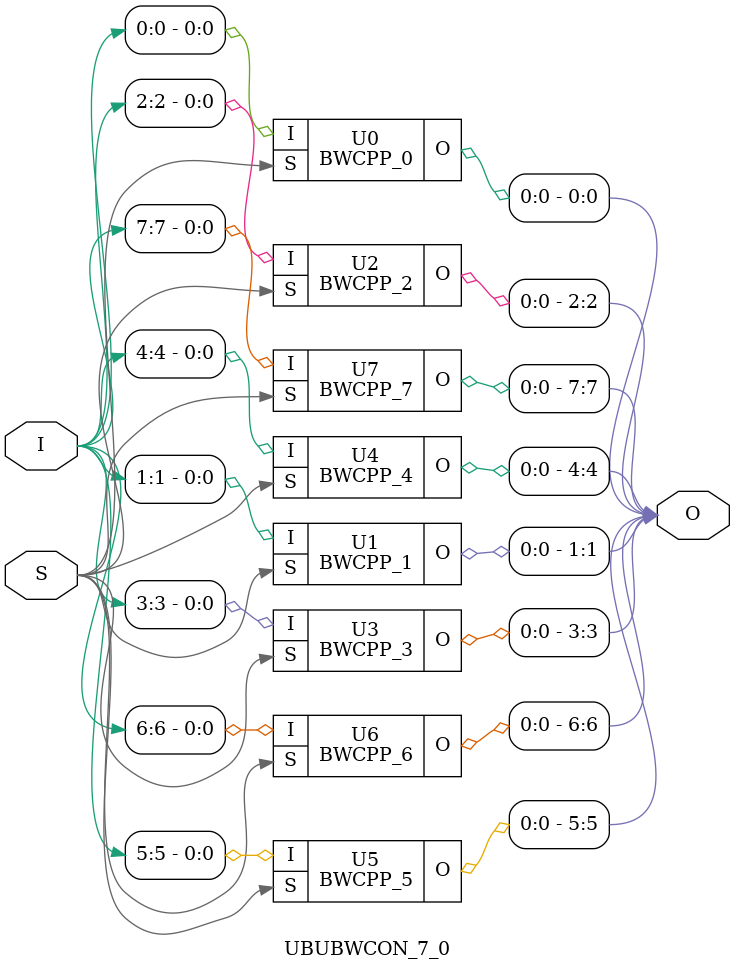
<source format=v>
/*----------------------------------------------------------------------------
  Copyright (c) 2021 Homma laboratory. All rights reserved.

  Top module: Multiplier_6_0_6_000

  Number system: Unsigned binary
  Multiplicand length: 7
  Multiplier length: 7
  Partial product generation: PPG with Radix-4 modified Booth recoding
  Partial product accumulation: Redundant binary addition tree
  Final stage addition: Carry-skip adder (fixed-block-size)
----------------------------------------------------------------------------*/

module NUBZero_7_7(O);
  output [7:7] O;
  assign O[7] = 0;
endmodule

module R4BEEL_0_2(O_ds, O_d1, O_d0, I2, I1);
  output O_ds, O_d1, O_d0;
  input I1;
  input I2;
  assign O_d0 = I1;
  assign O_d1 = I2 & ( ~ I1 );
  assign O_ds = I2;
endmodule

module R4BEE_1(O_ds, O_d1, O_d0, I2, I1, I0);
  output O_ds, O_d1, O_d0;
  input I0;
  input I1;
  input I2;
  assign O_d0 = I1 ^ I0;
  assign O_d1 = ( I2 ^ I1 ) & ( ~ ( I1 ^ I0 ) );
  assign O_ds = I2;
endmodule

module R4BEE_2(O_ds, O_d1, O_d0, I2, I1, I0);
  output O_ds, O_d1, O_d0;
  input I0;
  input I1;
  input I2;
  assign O_d0 = I1 ^ I0;
  assign O_d1 = ( I2 ^ I1 ) & ( ~ ( I1 ^ I0 ) );
  assign O_ds = I2;
endmodule

module R4BEEH_3_3(O_ds, O_d1, O_d0, I2, I1, I0);
  output O_ds, O_d1, O_d0;
  input I0;
  input I1;
  input I2;
  assign O_d0 = I1 ^ I0;
  assign O_d1 = ( I2 ^ I1 ) & ( ~ ( I1 ^ I0 ) );
  assign O_ds = I2;
endmodule

module SD41DDECON_0(S, U_d1, U_d0, I_ds, I_d1, I_d0);
  output S;
  output U_d1, U_d0;
  input I_ds, I_d1, I_d0;
  assign S = I_ds;
  assign U_d0 = I_d0;
  assign U_d1 = I_d1;
endmodule

module U4DPPGL_0_0(Po, O, I, U_d1, U_d0);
  output O;
  output Po;
  input I;
  input U_d1, U_d0;
  assign O = I & U_d0;
  assign Po = I & U_d1;
endmodule

module U4DPPG_1_0(Po, O, I, U_d1, U_d0, Pi);
  output O;
  output Po;
  input I;
  input Pi;
  input U_d1, U_d0;
  assign O = ( I & U_d0 ) | Pi;
  assign Po = I & U_d1;
endmodule

module U4DPPG_2_0(Po, O, I, U_d1, U_d0, Pi);
  output O;
  output Po;
  input I;
  input Pi;
  input U_d1, U_d0;
  assign O = ( I & U_d0 ) | Pi;
  assign Po = I & U_d1;
endmodule

module U4DPPG_3_0(Po, O, I, U_d1, U_d0, Pi);
  output O;
  output Po;
  input I;
  input Pi;
  input U_d1, U_d0;
  assign O = ( I & U_d0 ) | Pi;
  assign Po = I & U_d1;
endmodule

module U4DPPG_4_0(Po, O, I, U_d1, U_d0, Pi);
  output O;
  output Po;
  input I;
  input Pi;
  input U_d1, U_d0;
  assign O = ( I & U_d0 ) | Pi;
  assign Po = I & U_d1;
endmodule

module U4DPPG_5_0(Po, O, I, U_d1, U_d0, Pi);
  output O;
  output Po;
  input I;
  input Pi;
  input U_d1, U_d0;
  assign O = ( I & U_d0 ) | Pi;
  assign Po = I & U_d1;
endmodule

module U4DPPG_6_0(Po, O, I, U_d1, U_d0, Pi);
  output O;
  output Po;
  input I;
  input Pi;
  input U_d1, U_d0;
  assign O = ( I & U_d0 ) | Pi;
  assign Po = I & U_d1;
endmodule

module BWCPP_0(O, I, S);
  output O;
  input I;
  input S;
  assign O = S ^ I;
endmodule

module BWCPP_1(O, I, S);
  output O;
  input I;
  input S;
  assign O = S ^ I;
endmodule

module BWCPP_2(O, I, S);
  output O;
  input I;
  input S;
  assign O = S ^ I;
endmodule

module BWCPP_3(O, I, S);
  output O;
  input I;
  input S;
  assign O = S ^ I;
endmodule

module BWCPP_4(O, I, S);
  output O;
  input I;
  input S;
  assign O = S ^ I;
endmodule

module BWCPP_5(O, I, S);
  output O;
  input I;
  input S;
  assign O = S ^ I;
endmodule

module BWCPP_6(O, I, S);
  output O;
  input I;
  input S;
  assign O = S ^ I;
endmodule

module BWCPP_7(O, I, S);
  output O;
  input I;
  input S;
  assign O = S ^ I;
endmodule

module UBBBG_0(O, S);
  output O;
  input S;
  assign O = S;
endmodule

module NUBBHBG_8(O, S);
  output O;
  input S;
  assign O = S;
endmodule

module SD41DDECON_1(S, U_d1, U_d0, I_ds, I_d1, I_d0);
  output S;
  output U_d1, U_d0;
  input I_ds, I_d1, I_d0;
  assign S = I_ds;
  assign U_d0 = I_d0;
  assign U_d1 = I_d1;
endmodule

module U4DPPGL_0_1(Po, O, I, U_d1, U_d0);
  output O;
  output Po;
  input I;
  input U_d1, U_d0;
  assign O = I & U_d0;
  assign Po = I & U_d1;
endmodule

module U4DPPG_1_1(Po, O, I, U_d1, U_d0, Pi);
  output O;
  output Po;
  input I;
  input Pi;
  input U_d1, U_d0;
  assign O = ( I & U_d0 ) | Pi;
  assign Po = I & U_d1;
endmodule

module U4DPPG_2_1(Po, O, I, U_d1, U_d0, Pi);
  output O;
  output Po;
  input I;
  input Pi;
  input U_d1, U_d0;
  assign O = ( I & U_d0 ) | Pi;
  assign Po = I & U_d1;
endmodule

module U4DPPG_3_1(Po, O, I, U_d1, U_d0, Pi);
  output O;
  output Po;
  input I;
  input Pi;
  input U_d1, U_d0;
  assign O = ( I & U_d0 ) | Pi;
  assign Po = I & U_d1;
endmodule

module U4DPPG_4_1(Po, O, I, U_d1, U_d0, Pi);
  output O;
  output Po;
  input I;
  input Pi;
  input U_d1, U_d0;
  assign O = ( I & U_d0 ) | Pi;
  assign Po = I & U_d1;
endmodule

module U4DPPG_5_1(Po, O, I, U_d1, U_d0, Pi);
  output O;
  output Po;
  input I;
  input Pi;
  input U_d1, U_d0;
  assign O = ( I & U_d0 ) | Pi;
  assign Po = I & U_d1;
endmodule

module U4DPPG_6_1(Po, O, I, U_d1, U_d0, Pi);
  output O;
  output Po;
  input I;
  input Pi;
  input U_d1, U_d0;
  assign O = ( I & U_d0 ) | Pi;
  assign Po = I & U_d1;
endmodule

module BWCPN_2(O, I, S);
  output O;
  input I;
  input S;
  assign O = S ^ ( ~ I );
endmodule

module BWCPN_3(O, I, S);
  output O;
  input I;
  input S;
  assign O = S ^ ( ~ I );
endmodule

module BWCPN_4(O, I, S);
  output O;
  input I;
  input S;
  assign O = S ^ ( ~ I );
endmodule

module BWCPN_5(O, I, S);
  output O;
  input I;
  input S;
  assign O = S ^ ( ~ I );
endmodule

module BWCPN_6(O, I, S);
  output O;
  input I;
  input S;
  assign O = S ^ ( ~ I );
endmodule

module BWCPN_7(O, I, S);
  output O;
  input I;
  input S;
  assign O = S ^ ( ~ I );
endmodule

module BWCPN_8(O, I, S);
  output O;
  input I;
  input S;
  assign O = S ^ ( ~ I );
endmodule

module BWCPN_9(O, I, S);
  output O;
  input I;
  input S;
  assign O = S ^ ( ~ I );
endmodule

module NUBBBG_2(O, S);
  output O;
  input S;
  assign O = ~ S;
endmodule

module UBHBBG_10(O, S);
  output O;
  input S;
  assign O = ~ S;
endmodule

module UB1DCON_10(O, I);
  output O;
  input I;
  assign O = I;
endmodule

module UBZero_9_8(O);
  output [9:8] O;
  assign O[8] = 0;
  assign O[9] = 0;
endmodule

module UB1DCON_0(O, I);
  output O;
  input I;
  assign O = I;
endmodule

module UB1DCON_1(O, I);
  output O;
  input I;
  assign O = I;
endmodule

module UB1DCON_2(O, I);
  output O;
  input I;
  assign O = I;
endmodule

module UB1DCON_3(O, I);
  output O;
  input I;
  assign O = I;
endmodule

module UB1DCON_4(O, I);
  output O;
  input I;
  assign O = I;
endmodule

module UB1DCON_5(O, I);
  output O;
  input I;
  assign O = I;
endmodule

module UB1DCON_6(O, I);
  output O;
  input I;
  assign O = I;
endmodule

module UB1DCON_7(O, I);
  output O;
  input I;
  assign O = I;
endmodule

module NUBZero_10_10(O);
  output [10:10] O;
  assign O[10] = 0;
endmodule

module NUBZero_1_0(O);
  output [1:0] O;
  assign O[0] = 0;
  assign O[1] = 0;
endmodule

module NUB1DCON_10(O, I);
  output O;
  input I;
  assign O = I;
endmodule

module NUB1DCON_2(O, I);
  output O;
  input I;
  assign O = I;
endmodule

module NUB1DCON_3(O, I);
  output O;
  input I;
  assign O = I;
endmodule

module NUB1DCON_4(O, I);
  output O;
  input I;
  assign O = I;
endmodule

module NUB1DCON_5(O, I);
  output O;
  input I;
  assign O = I;
endmodule

module NUB1DCON_6(O, I);
  output O;
  input I;
  assign O = I;
endmodule

module NUB1DCON_7(O, I);
  output O;
  input I;
  assign O = I;
endmodule

module NUB1DCON_8(O, I);
  output O;
  input I;
  assign O = I;
endmodule

module NUB1DCON_9(O, I);
  output O;
  input I;
  assign O = I;
endmodule

module NUB1DCON_0(O, I);
  output O;
  input I;
  assign O = I;
endmodule

module NUB1DCON_1(O, I);
  output O;
  input I;
  assign O = I;
endmodule

module SD2DigitCom_0(O_p, O_n, I_n, I_p);
  output O_p, O_n;
  input I_n;
  input I_p;
  assign O_p = I_p;
  assign O_n = I_n;
endmodule

module SD2DigitCom_1(O_p, O_n, I_n, I_p);
  output O_p, O_n;
  input I_n;
  input I_p;
  assign O_p = I_p;
  assign O_n = I_n;
endmodule

module SD2DigitCom_2(O_p, O_n, I_n, I_p);
  output O_p, O_n;
  input I_n;
  input I_p;
  assign O_p = I_p;
  assign O_n = I_n;
endmodule

module SD2DigitCom_3(O_p, O_n, I_n, I_p);
  output O_p, O_n;
  input I_n;
  input I_p;
  assign O_p = I_p;
  assign O_n = I_n;
endmodule

module SD2DigitCom_4(O_p, O_n, I_n, I_p);
  output O_p, O_n;
  input I_n;
  input I_p;
  assign O_p = I_p;
  assign O_n = I_n;
endmodule

module SD2DigitCom_5(O_p, O_n, I_n, I_p);
  output O_p, O_n;
  input I_n;
  input I_p;
  assign O_p = I_p;
  assign O_n = I_n;
endmodule

module SD2DigitCom_6(O_p, O_n, I_n, I_p);
  output O_p, O_n;
  input I_n;
  input I_p;
  assign O_p = I_p;
  assign O_n = I_n;
endmodule

module SD2DigitCom_7(O_p, O_n, I_n, I_p);
  output O_p, O_n;
  input I_n;
  input I_p;
  assign O_p = I_p;
  assign O_n = I_n;
endmodule

module SD2DigitCom_8(O_p, O_n, I_n, I_p);
  output O_p, O_n;
  input I_n;
  input I_p;
  assign O_p = I_p;
  assign O_n = I_n;
endmodule

module SD2DigitCom_9(O_p, O_n, I_n, I_p);
  output O_p, O_n;
  input I_n;
  input I_p;
  assign O_p = I_p;
  assign O_n = I_n;
endmodule

module SD2DigitCom_10(O_p, O_n, I_n, I_p);
  output O_p, O_n;
  input I_n;
  input I_p;
  assign O_p = I_p;
  assign O_n = I_n;
endmodule

module SD41DDECON_2(S, U_d1, U_d0, I_ds, I_d1, I_d0);
  output S;
  output U_d1, U_d0;
  input I_ds, I_d1, I_d0;
  assign S = I_ds;
  assign U_d0 = I_d0;
  assign U_d1 = I_d1;
endmodule

module U4DPPGL_0_2(Po, O, I, U_d1, U_d0);
  output O;
  output Po;
  input I;
  input U_d1, U_d0;
  assign O = I & U_d0;
  assign Po = I & U_d1;
endmodule

module U4DPPG_1_2(Po, O, I, U_d1, U_d0, Pi);
  output O;
  output Po;
  input I;
  input Pi;
  input U_d1, U_d0;
  assign O = ( I & U_d0 ) | Pi;
  assign Po = I & U_d1;
endmodule

module U4DPPG_2_2(Po, O, I, U_d1, U_d0, Pi);
  output O;
  output Po;
  input I;
  input Pi;
  input U_d1, U_d0;
  assign O = ( I & U_d0 ) | Pi;
  assign Po = I & U_d1;
endmodule

module U4DPPG_3_2(Po, O, I, U_d1, U_d0, Pi);
  output O;
  output Po;
  input I;
  input Pi;
  input U_d1, U_d0;
  assign O = ( I & U_d0 ) | Pi;
  assign Po = I & U_d1;
endmodule

module U4DPPG_4_2(Po, O, I, U_d1, U_d0, Pi);
  output O;
  output Po;
  input I;
  input Pi;
  input U_d1, U_d0;
  assign O = ( I & U_d0 ) | Pi;
  assign Po = I & U_d1;
endmodule

module U4DPPG_5_2(Po, O, I, U_d1, U_d0, Pi);
  output O;
  output Po;
  input I;
  input Pi;
  input U_d1, U_d0;
  assign O = ( I & U_d0 ) | Pi;
  assign Po = I & U_d1;
endmodule

module U4DPPG_6_2(Po, O, I, U_d1, U_d0, Pi);
  output O;
  output Po;
  input I;
  input Pi;
  input U_d1, U_d0;
  assign O = ( I & U_d0 ) | Pi;
  assign Po = I & U_d1;
endmodule

module BWCPP_8(O, I, S);
  output O;
  input I;
  input S;
  assign O = S ^ I;
endmodule

module BWCPP_9(O, I, S);
  output O;
  input I;
  input S;
  assign O = S ^ I;
endmodule

module BWCPP_10(O, I, S);
  output O;
  input I;
  input S;
  assign O = S ^ I;
endmodule

module BWCPP_11(O, I, S);
  output O;
  input I;
  input S;
  assign O = S ^ I;
endmodule

module UBBBG_4(O, S);
  output O;
  input S;
  assign O = S;
endmodule

module NUBBHBG_12(O, S);
  output O;
  input S;
  assign O = S;
endmodule

module SD41DDECON_3(S, U_d1, U_d0, I_ds, I_d1, I_d0);
  output S;
  output U_d1, U_d0;
  input I_ds, I_d1, I_d0;
  assign S = I_ds;
  assign U_d0 = I_d0;
  assign U_d1 = I_d1;
endmodule

module U4DPPGL_0_3(Po, O, I, U_d1, U_d0);
  output O;
  output Po;
  input I;
  input U_d1, U_d0;
  assign O = I & U_d0;
  assign Po = I & U_d1;
endmodule

module U4DPPG_1_3(Po, O, I, U_d1, U_d0, Pi);
  output O;
  output Po;
  input I;
  input Pi;
  input U_d1, U_d0;
  assign O = ( I & U_d0 ) | Pi;
  assign Po = I & U_d1;
endmodule

module U4DPPG_2_3(Po, O, I, U_d1, U_d0, Pi);
  output O;
  output Po;
  input I;
  input Pi;
  input U_d1, U_d0;
  assign O = ( I & U_d0 ) | Pi;
  assign Po = I & U_d1;
endmodule

module U4DPPG_3_3(Po, O, I, U_d1, U_d0, Pi);
  output O;
  output Po;
  input I;
  input Pi;
  input U_d1, U_d0;
  assign O = ( I & U_d0 ) | Pi;
  assign Po = I & U_d1;
endmodule

module U4DPPG_4_3(Po, O, I, U_d1, U_d0, Pi);
  output O;
  output Po;
  input I;
  input Pi;
  input U_d1, U_d0;
  assign O = ( I & U_d0 ) | Pi;
  assign Po = I & U_d1;
endmodule

module U4DPPG_5_3(Po, O, I, U_d1, U_d0, Pi);
  output O;
  output Po;
  input I;
  input Pi;
  input U_d1, U_d0;
  assign O = ( I & U_d0 ) | Pi;
  assign Po = I & U_d1;
endmodule

module U4DPPG_6_3(Po, O, I, U_d1, U_d0, Pi);
  output O;
  output Po;
  input I;
  input Pi;
  input U_d1, U_d0;
  assign O = ( I & U_d0 ) | Pi;
  assign Po = I & U_d1;
endmodule

module BWCPN_10(O, I, S);
  output O;
  input I;
  input S;
  assign O = S ^ ( ~ I );
endmodule

module BWCPN_11(O, I, S);
  output O;
  input I;
  input S;
  assign O = S ^ ( ~ I );
endmodule

module BWCPN_12(O, I, S);
  output O;
  input I;
  input S;
  assign O = S ^ ( ~ I );
endmodule

module BWCPN_13(O, I, S);
  output O;
  input I;
  input S;
  assign O = S ^ ( ~ I );
endmodule

module NUBBBG_6(O, S);
  output O;
  input S;
  assign O = ~ S;
endmodule

module UBHBBG_14(O, S);
  output O;
  input S;
  assign O = ~ S;
endmodule

module UB1DCON_14(O, I);
  output O;
  input I;
  assign O = I;
endmodule

module UBZero_13_12(O);
  output [13:12] O;
  assign O[12] = 0;
  assign O[13] = 0;
endmodule

module UB1DCON_8(O, I);
  output O;
  input I;
  assign O = I;
endmodule

module UB1DCON_9(O, I);
  output O;
  input I;
  assign O = I;
endmodule

module UB1DCON_11(O, I);
  output O;
  input I;
  assign O = I;
endmodule

module NUBZero_14_14(O);
  output [14:14] O;
  assign O[14] = 0;
endmodule

module NUBZero_5_4(O);
  output [5:4] O;
  assign O[4] = 0;
  assign O[5] = 0;
endmodule

module NUB1DCON_14(O, I);
  output O;
  input I;
  assign O = I;
endmodule

module NUB1DCON_11(O, I);
  output O;
  input I;
  assign O = I;
endmodule

module NUB1DCON_12(O, I);
  output O;
  input I;
  assign O = I;
endmodule

module NUB1DCON_13(O, I);
  output O;
  input I;
  assign O = I;
endmodule

module SD2DigitCom_11(O_p, O_n, I_n, I_p);
  output O_p, O_n;
  input I_n;
  input I_p;
  assign O_p = I_p;
  assign O_n = I_n;
endmodule

module SD2DigitCom_12(O_p, O_n, I_n, I_p);
  output O_p, O_n;
  input I_n;
  input I_p;
  assign O_p = I_p;
  assign O_n = I_n;
endmodule

module SD2DigitCom_13(O_p, O_n, I_n, I_p);
  output O_p, O_n;
  input I_n;
  input I_p;
  assign O_p = I_p;
  assign O_n = I_n;
endmodule

module SD2DigitCom_14(O_p, O_n, I_n, I_p);
  output O_p, O_n;
  input I_n;
  input I_p;
  assign O_p = I_p;
  assign O_n = I_n;
endmodule

module UBZero_3_1(O);
  output [3:1] O;
  assign O[1] = 0;
  assign O[2] = 0;
  assign O[3] = 0;
endmodule

module NUBZero_11_9(O);
  output [11:9] O;
  assign O[9] = 0;
  assign O[10] = 0;
  assign O[11] = 0;
endmodule

module NUBZero_5_3(O);
  output [5:3] O;
  assign O[3] = 0;
  assign O[4] = 0;
  assign O[5] = 0;
endmodule

module UBZero_12_5(O);
  output [12:5] O;
  assign O[5] = 0;
  assign O[6] = 0;
  assign O[7] = 0;
  assign O[8] = 0;
  assign O[9] = 0;
  assign O[10] = 0;
  assign O[11] = 0;
  assign O[12] = 0;
endmodule

module UB1DCON_12(O, I);
  output O;
  input I;
  assign O = I;
endmodule

module SD2_PN_A_Zero_14_000(O_p, O_n);
  output [14:11] O_p, O_n;
  assign O_p[11] = 0;
  assign O_n[11] = 0;
  assign O_p[12] = 0;
  assign O_n[12] = 0;
  assign O_p[13] = 0;
  assign O_n[13] = 0;
  assign O_p[14] = 0;
  assign O_n[14] = 0;
endmodule

module SD2_PN_A1DCON_11(O_p, O_n, I_p, I_n);
  output O_p, O_n;
  input I_p, I_n;
  assign O_p = I_p;
  assign O_n = I_n;
endmodule

module SD2_PN_A1DCON_12(O_p, O_n, I_p, I_n);
  output O_p, O_n;
  input I_p, I_n;
  assign O_p = I_p;
  assign O_n = I_n;
endmodule

module SD2_PN_A1DCON_13(O_p, O_n, I_p, I_n);
  output O_p, O_n;
  input I_p, I_n;
  assign O_p = I_p;
  assign O_n = I_n;
endmodule

module SD2_PN_A1DCON_14(O_p, O_n, I_p, I_n);
  output O_p, O_n;
  input I_p, I_n;
  assign O_p = I_p;
  assign O_n = I_n;
endmodule

module SD2_PN_A1DCON_0(O_p, O_n, I_p, I_n);
  output O_p, O_n;
  input I_p, I_n;
  assign O_p = I_p;
  assign O_n = I_n;
endmodule

module SD2_PN_A1DCON_1(O_p, O_n, I_p, I_n);
  output O_p, O_n;
  input I_p, I_n;
  assign O_p = I_p;
  assign O_n = I_n;
endmodule

module SD2_PN_A1DCON_2(O_p, O_n, I_p, I_n);
  output O_p, O_n;
  input I_p, I_n;
  assign O_p = I_p;
  assign O_n = I_n;
endmodule

module SD2_PN_A1DCON_3(O_p, O_n, I_p, I_n);
  output O_p, O_n;
  input I_p, I_n;
  assign O_p = I_p;
  assign O_n = I_n;
endmodule

module SD2_PN_A1DCON_4(O_p, O_n, I_p, I_n);
  output O_p, O_n;
  input I_p, I_n;
  assign O_p = I_p;
  assign O_n = I_n;
endmodule

module SD2_PN_A1DCON_5(O_p, O_n, I_p, I_n);
  output O_p, O_n;
  input I_p, I_n;
  assign O_p = I_p;
  assign O_n = I_n;
endmodule

module SD2_PN_A1DCON_6(O_p, O_n, I_p, I_n);
  output O_p, O_n;
  input I_p, I_n;
  assign O_p = I_p;
  assign O_n = I_n;
endmodule

module SD2_PN_A1DCON_7(O_p, O_n, I_p, I_n);
  output O_p, O_n;
  input I_p, I_n;
  assign O_p = I_p;
  assign O_n = I_n;
endmodule

module SD2_PN_A1DCON_8(O_p, O_n, I_p, I_n);
  output O_p, O_n;
  input I_p, I_n;
  assign O_p = I_p;
  assign O_n = I_n;
endmodule

module SD2_PN_A1DCON_9(O_p, O_n, I_p, I_n);
  output O_p, O_n;
  input I_p, I_n;
  assign O_p = I_p;
  assign O_n = I_n;
endmodule

module SD2_PN_A1DCON_10(O_p, O_n, I_p, I_n);
  output O_p, O_n;
  input I_p, I_n;
  assign O_p = I_p;
  assign O_n = I_n;
endmodule

module UBZero_4_4(O);
  output [4:4] O;
  assign O[4] = 0;
endmodule

module NUBZero_4_4(O);
  output [4:4] O;
  assign O[4] = 0;
endmodule

module SD2DigitDecom_PN_000(X, Y, I_p, I_n);
  output [4:4] X;
  output [4:4] Y;
  input [4:4] I_p, I_n;
  assign X = ~ I_n[4];
  assign Y = I_p[4];
endmodule

module UBFA_4(C, S, X, Y, Z);
  output C;
  output S;
  input X;
  input Y;
  input Z;
  assign C = ( X & Y ) | ( Y & Z ) | ( Z & X );
  assign S = X ^ Y ^ Z;
endmodule

module UBInv_5(O, I);
  output [5:5] O;
  input [5:5] I;
  assign O[5] = ~ I[5];
endmodule

module SD2DigitDecom_PN_001(X, Y, I_p, I_n);
  output [5:5] X;
  output [5:5] Y;
  input [5:5] I_p, I_n;
  assign X = ~ I_n[5];
  assign Y = I_p[5];
endmodule

module UBFA_5(C, S, X, Y, Z);
  output C;
  output S;
  input X;
  input Y;
  input Z;
  assign C = ( X & Y ) | ( Y & Z ) | ( Z & X );
  assign S = X ^ Y ^ Z;
endmodule

module UBInv_6(O, I);
  output [6:6] O;
  input [6:6] I;
  assign O[6] = ~ I[6];
endmodule

module SD2DigitDecom_PN_002(X, Y, I_p, I_n);
  output [6:6] X;
  output [6:6] Y;
  input [6:6] I_p, I_n;
  assign X = ~ I_n[6];
  assign Y = I_p[6];
endmodule

module UBFA_6(C, S, X, Y, Z);
  output C;
  output S;
  input X;
  input Y;
  input Z;
  assign C = ( X & Y ) | ( Y & Z ) | ( Z & X );
  assign S = X ^ Y ^ Z;
endmodule

module UBInv_7(O, I);
  output [7:7] O;
  input [7:7] I;
  assign O[7] = ~ I[7];
endmodule

module SD2DigitDecom_PN_003(X, Y, I_p, I_n);
  output [7:7] X;
  output [7:7] Y;
  input [7:7] I_p, I_n;
  assign X = ~ I_n[7];
  assign Y = I_p[7];
endmodule

module UBFA_7(C, S, X, Y, Z);
  output C;
  output S;
  input X;
  input Y;
  input Z;
  assign C = ( X & Y ) | ( Y & Z ) | ( Z & X );
  assign S = X ^ Y ^ Z;
endmodule

module UBInv_8(O, I);
  output [8:8] O;
  input [8:8] I;
  assign O[8] = ~ I[8];
endmodule

module SD2DigitDecom_PN_004(X, Y, I_p, I_n);
  output [8:8] X;
  output [8:8] Y;
  input [8:8] I_p, I_n;
  assign X = ~ I_n[8];
  assign Y = I_p[8];
endmodule

module UBFA_8(C, S, X, Y, Z);
  output C;
  output S;
  input X;
  input Y;
  input Z;
  assign C = ( X & Y ) | ( Y & Z ) | ( Z & X );
  assign S = X ^ Y ^ Z;
endmodule

module UBInv_9(O, I);
  output [9:9] O;
  input [9:9] I;
  assign O[9] = ~ I[9];
endmodule

module SD2DigitDecom_PN_005(X, Y, I_p, I_n);
  output [9:9] X;
  output [9:9] Y;
  input [9:9] I_p, I_n;
  assign X = ~ I_n[9];
  assign Y = I_p[9];
endmodule

module UBFA_9(C, S, X, Y, Z);
  output C;
  output S;
  input X;
  input Y;
  input Z;
  assign C = ( X & Y ) | ( Y & Z ) | ( Z & X );
  assign S = X ^ Y ^ Z;
endmodule

module UBInv_10(O, I);
  output [10:10] O;
  input [10:10] I;
  assign O[10] = ~ I[10];
endmodule

module SD2DigitDecom_PN_006(X, Y, I_p, I_n);
  output [10:10] X;
  output [10:10] Y;
  input [10:10] I_p, I_n;
  assign X = ~ I_n[10];
  assign Y = I_p[10];
endmodule

module UBFA_10(C, S, X, Y, Z);
  output C;
  output S;
  input X;
  input Y;
  input Z;
  assign C = ( X & Y ) | ( Y & Z ) | ( Z & X );
  assign S = X ^ Y ^ Z;
endmodule

module UBInv_11(O, I);
  output [11:11] O;
  input [11:11] I;
  assign O[11] = ~ I[11];
endmodule

module SD2DigitDecom_PN_007(X, Y, I_p, I_n);
  output [11:11] X;
  output [11:11] Y;
  input [11:11] I_p, I_n;
  assign X = ~ I_n[11];
  assign Y = I_p[11];
endmodule

module UBFA_11(C, S, X, Y, Z);
  output C;
  output S;
  input X;
  input Y;
  input Z;
  assign C = ( X & Y ) | ( Y & Z ) | ( Z & X );
  assign S = X ^ Y ^ Z;
endmodule

module UBInv_12(O, I);
  output [12:12] O;
  input [12:12] I;
  assign O[12] = ~ I[12];
endmodule

module SD2DigitDecom_PN_008(X, Y, I_p, I_n);
  output [12:12] X;
  output [12:12] Y;
  input [12:12] I_p, I_n;
  assign X = ~ I_n[12];
  assign Y = I_p[12];
endmodule

module UBFA_12(C, S, X, Y, Z);
  output C;
  output S;
  input X;
  input Y;
  input Z;
  assign C = ( X & Y ) | ( Y & Z ) | ( Z & X );
  assign S = X ^ Y ^ Z;
endmodule

module UBInv_13(O, I);
  output [13:13] O;
  input [13:13] I;
  assign O[13] = ~ I[13];
endmodule

module SD2DigitDecom_PN_009(X, Y, I_p, I_n);
  output [13:13] X;
  output [13:13] Y;
  input [13:13] I_p, I_n;
  assign X = ~ I_n[13];
  assign Y = I_p[13];
endmodule

module UBFA_13(C, S, X, Y, Z);
  output C;
  output S;
  input X;
  input Y;
  input Z;
  assign C = ( X & Y ) | ( Y & Z ) | ( Z & X );
  assign S = X ^ Y ^ Z;
endmodule

module UBInv_14(O, I);
  output [14:14] O;
  input [14:14] I;
  assign O[14] = ~ I[14];
endmodule

module SD2DigitDecom_PN_010(X, Y, I_p, I_n);
  output [14:14] X;
  output [14:14] Y;
  input [14:14] I_p, I_n;
  assign X = ~ I_n[14];
  assign Y = I_p[14];
endmodule

module UBFA_14(C, S, X, Y, Z);
  output C;
  output S;
  input X;
  input Y;
  input Z;
  assign C = ( X & Y ) | ( Y & Z ) | ( Z & X );
  assign S = X ^ Y ^ Z;
endmodule

module UBInv_15(O, I);
  output [15:15] O;
  input [15:15] I;
  assign O[15] = ~ I[15];
endmodule

module SD2DigitCom_15(O_p, O_n, I_n, I_p);
  output O_p, O_n;
  input I_n;
  input I_p;
  assign O_p = I_p;
  assign O_n = I_n;
endmodule

module SD2_PN_A_Zero_15_000(O_p, O_n);
  output [15:13] O_p, O_n;
  assign O_p[13] = 0;
  assign O_n[13] = 0;
  assign O_p[14] = 0;
  assign O_n[14] = 0;
  assign O_p[15] = 0;
  assign O_n[15] = 0;
endmodule

module SD2_PN_A1DCON_15(O_p, O_n, I_p, I_n);
  output O_p, O_n;
  input I_p, I_n;
  assign O_p = I_p;
  assign O_n = I_n;
endmodule

module UBZero_0_0(O);
  output [0:0] O;
  assign O[0] = 0;
endmodule

module NUBZero_0_0(O);
  output [0:0] O;
  assign O[0] = 0;
endmodule

module SD2DigitDecom_PN_011(X, Y, I_p, I_n);
  output [0:0] X;
  output [0:0] Y;
  input [0:0] I_p, I_n;
  assign X = ~ I_n[0];
  assign Y = I_p[0];
endmodule

module UBFA_0(C, S, X, Y, Z);
  output C;
  output S;
  input X;
  input Y;
  input Z;
  assign C = ( X & Y ) | ( Y & Z ) | ( Z & X );
  assign S = X ^ Y ^ Z;
endmodule

module UBInv_1(O, I);
  output [1:1] O;
  input [1:1] I;
  assign O[1] = ~ I[1];
endmodule

module SD2DigitDecom_PN_012(X, Y, I_p, I_n);
  output [1:1] X;
  output [1:1] Y;
  input [1:1] I_p, I_n;
  assign X = ~ I_n[1];
  assign Y = I_p[1];
endmodule

module UBFA_1(C, S, X, Y, Z);
  output C;
  output S;
  input X;
  input Y;
  input Z;
  assign C = ( X & Y ) | ( Y & Z ) | ( Z & X );
  assign S = X ^ Y ^ Z;
endmodule

module UBInv_2(O, I);
  output [2:2] O;
  input [2:2] I;
  assign O[2] = ~ I[2];
endmodule

module SD2DigitDecom_PN_013(X, Y, I_p, I_n);
  output [2:2] X;
  output [2:2] Y;
  input [2:2] I_p, I_n;
  assign X = ~ I_n[2];
  assign Y = I_p[2];
endmodule

module UBFA_2(C, S, X, Y, Z);
  output C;
  output S;
  input X;
  input Y;
  input Z;
  assign C = ( X & Y ) | ( Y & Z ) | ( Z & X );
  assign S = X ^ Y ^ Z;
endmodule

module UBInv_3(O, I);
  output [3:3] O;
  input [3:3] I;
  assign O[3] = ~ I[3];
endmodule

module SD2DigitDecom_PN_014(X, Y, I_p, I_n);
  output [3:3] X;
  output [3:3] Y;
  input [3:3] I_p, I_n;
  assign X = ~ I_n[3];
  assign Y = I_p[3];
endmodule

module UBFA_3(C, S, X, Y, Z);
  output C;
  output S;
  input X;
  input Y;
  input Z;
  assign C = ( X & Y ) | ( Y & Z ) | ( Z & X );
  assign S = X ^ Y ^ Z;
endmodule

module UBInv_4(O, I);
  output [4:4] O;
  input [4:4] I;
  assign O[4] = ~ I[4];
endmodule

module SD2DigitDecom_PN_015(X, Y, I_p, I_n);
  output [15:15] X;
  output [15:15] Y;
  input [15:15] I_p, I_n;
  assign X = ~ I_n[15];
  assign Y = I_p[15];
endmodule

module UBFA_15(C, S, X, Y, Z);
  output C;
  output S;
  input X;
  input Y;
  input Z;
  assign C = ( X & Y ) | ( Y & Z ) | ( Z & X );
  assign S = X ^ Y ^ Z;
endmodule

module UBInv_16(O, I);
  output [16:16] O;
  input [16:16] I;
  assign O[16] = ~ I[16];
endmodule

module SD2DigitCom_16(O_p, O_n, I_n, I_p);
  output O_p, O_n;
  input I_n;
  input I_p;
  assign O_p = I_p;
  assign O_n = I_n;
endmodule

module SD2DigitDecom_PN_016(X, Y, I_p, I_n);
  output [16:16] X;
  output [16:16] Y;
  input [16:16] I_p, I_n;
  assign X = ~ I_n[16];
  assign Y = I_p[16];
endmodule

module UBOne_0(O);
  output O;
  assign O = 1;
endmodule

module UBHA_0(C, S, X, Y);
  output C;
  output S;
  input X;
  input Y;
  assign C = X & Y;
  assign S = X ^ Y;
endmodule

module UBPFA_0(Co, S, P, X, Y, Ci);
  output Co;
  output P;
  output S;
  input Ci;
  input X;
  input Y;
  wire C_0;
  wire C_1;
  wire S_0;
  assign Co = C_0 | C_1;
  assign P = S_0;
  UBHA_0 U0 (C_0, S_0, X, Y);
  UBHA_0 U1 (C_1, S, S_0, Ci);
endmodule

module UBHA_1(C, S, X, Y);
  output C;
  output S;
  input X;
  input Y;
  assign C = X & Y;
  assign S = X ^ Y;
endmodule

module UBPFA_1(Co, S, P, X, Y, Ci);
  output Co;
  output P;
  output S;
  input Ci;
  input X;
  input Y;
  wire C_0;
  wire C_1;
  wire S_0;
  assign Co = C_0 | C_1;
  assign P = S_0;
  UBHA_1 U0 (C_0, S_0, X, Y);
  UBHA_1 U1 (C_1, S, S_0, Ci);
endmodule

module UBCSkB_1_0(Co, S, X, Y, Ci);
  output Co;
  output [1:0] S;
  input Ci;
  input [1:0] X;
  input [1:0] Y;
  wire C1;
  wire C2;
  wire P0;
  wire P1;
  wire Sk;
  assign Sk = ( P0 & P1 ) & Ci;
  assign Co = C2 | Sk;
  UBPFA_0 U0 (C1, S[0], P0, X[0], Y[0], Ci);
  UBPFA_1 U1 (C2, S[1], P1, X[1], Y[1], C1);
endmodule

module UBHA_2(C, S, X, Y);
  output C;
  output S;
  input X;
  input Y;
  assign C = X & Y;
  assign S = X ^ Y;
endmodule

module UBPFA_2(Co, S, P, X, Y, Ci);
  output Co;
  output P;
  output S;
  input Ci;
  input X;
  input Y;
  wire C_0;
  wire C_1;
  wire S_0;
  assign Co = C_0 | C_1;
  assign P = S_0;
  UBHA_2 U0 (C_0, S_0, X, Y);
  UBHA_2 U1 (C_1, S, S_0, Ci);
endmodule

module UBHA_3(C, S, X, Y);
  output C;
  output S;
  input X;
  input Y;
  assign C = X & Y;
  assign S = X ^ Y;
endmodule

module UBPFA_3(Co, S, P, X, Y, Ci);
  output Co;
  output P;
  output S;
  input Ci;
  input X;
  input Y;
  wire C_0;
  wire C_1;
  wire S_0;
  assign Co = C_0 | C_1;
  assign P = S_0;
  UBHA_3 U0 (C_0, S_0, X, Y);
  UBHA_3 U1 (C_1, S, S_0, Ci);
endmodule

module UBCSkB_3_2(Co, S, X, Y, Ci);
  output Co;
  output [3:2] S;
  input Ci;
  input [3:2] X;
  input [3:2] Y;
  wire C3;
  wire C4;
  wire P2;
  wire P3;
  wire Sk;
  assign Sk = ( P2 & P3 ) & Ci;
  assign Co = C4 | Sk;
  UBPFA_2 U0 (C3, S[2], P2, X[2], Y[2], Ci);
  UBPFA_3 U1 (C4, S[3], P3, X[3], Y[3], C3);
endmodule

module UBHA_4(C, S, X, Y);
  output C;
  output S;
  input X;
  input Y;
  assign C = X & Y;
  assign S = X ^ Y;
endmodule

module UBPFA_4(Co, S, P, X, Y, Ci);
  output Co;
  output P;
  output S;
  input Ci;
  input X;
  input Y;
  wire C_0;
  wire C_1;
  wire S_0;
  assign Co = C_0 | C_1;
  assign P = S_0;
  UBHA_4 U0 (C_0, S_0, X, Y);
  UBHA_4 U1 (C_1, S, S_0, Ci);
endmodule

module UBHA_5(C, S, X, Y);
  output C;
  output S;
  input X;
  input Y;
  assign C = X & Y;
  assign S = X ^ Y;
endmodule

module UBPFA_5(Co, S, P, X, Y, Ci);
  output Co;
  output P;
  output S;
  input Ci;
  input X;
  input Y;
  wire C_0;
  wire C_1;
  wire S_0;
  assign Co = C_0 | C_1;
  assign P = S_0;
  UBHA_5 U0 (C_0, S_0, X, Y);
  UBHA_5 U1 (C_1, S, S_0, Ci);
endmodule

module UBCSkB_5_4(Co, S, X, Y, Ci);
  output Co;
  output [5:4] S;
  input Ci;
  input [5:4] X;
  input [5:4] Y;
  wire C5;
  wire C6;
  wire P4;
  wire P5;
  wire Sk;
  assign Sk = ( P4 & P5 ) & Ci;
  assign Co = C6 | Sk;
  UBPFA_4 U0 (C5, S[4], P4, X[4], Y[4], Ci);
  UBPFA_5 U1 (C6, S[5], P5, X[5], Y[5], C5);
endmodule

module UBHA_6(C, S, X, Y);
  output C;
  output S;
  input X;
  input Y;
  assign C = X & Y;
  assign S = X ^ Y;
endmodule

module UBPFA_6(Co, S, P, X, Y, Ci);
  output Co;
  output P;
  output S;
  input Ci;
  input X;
  input Y;
  wire C_0;
  wire C_1;
  wire S_0;
  assign Co = C_0 | C_1;
  assign P = S_0;
  UBHA_6 U0 (C_0, S_0, X, Y);
  UBHA_6 U1 (C_1, S, S_0, Ci);
endmodule

module UBHA_7(C, S, X, Y);
  output C;
  output S;
  input X;
  input Y;
  assign C = X & Y;
  assign S = X ^ Y;
endmodule

module UBPFA_7(Co, S, P, X, Y, Ci);
  output Co;
  output P;
  output S;
  input Ci;
  input X;
  input Y;
  wire C_0;
  wire C_1;
  wire S_0;
  assign Co = C_0 | C_1;
  assign P = S_0;
  UBHA_7 U0 (C_0, S_0, X, Y);
  UBHA_7 U1 (C_1, S, S_0, Ci);
endmodule

module UBCSkB_7_6(Co, S, X, Y, Ci);
  output Co;
  output [7:6] S;
  input Ci;
  input [7:6] X;
  input [7:6] Y;
  wire C7;
  wire C8;
  wire P6;
  wire P7;
  wire Sk;
  assign Sk = ( P6 & P7 ) & Ci;
  assign Co = C8 | Sk;
  UBPFA_6 U0 (C7, S[6], P6, X[6], Y[6], Ci);
  UBPFA_7 U1 (C8, S[7], P7, X[7], Y[7], C7);
endmodule

module UBHA_8(C, S, X, Y);
  output C;
  output S;
  input X;
  input Y;
  assign C = X & Y;
  assign S = X ^ Y;
endmodule

module UBPFA_8(Co, S, P, X, Y, Ci);
  output Co;
  output P;
  output S;
  input Ci;
  input X;
  input Y;
  wire C_0;
  wire C_1;
  wire S_0;
  assign Co = C_0 | C_1;
  assign P = S_0;
  UBHA_8 U0 (C_0, S_0, X, Y);
  UBHA_8 U1 (C_1, S, S_0, Ci);
endmodule

module UBHA_9(C, S, X, Y);
  output C;
  output S;
  input X;
  input Y;
  assign C = X & Y;
  assign S = X ^ Y;
endmodule

module UBPFA_9(Co, S, P, X, Y, Ci);
  output Co;
  output P;
  output S;
  input Ci;
  input X;
  input Y;
  wire C_0;
  wire C_1;
  wire S_0;
  assign Co = C_0 | C_1;
  assign P = S_0;
  UBHA_9 U0 (C_0, S_0, X, Y);
  UBHA_9 U1 (C_1, S, S_0, Ci);
endmodule

module UBCSkB_9_8(Co, S, X, Y, Ci);
  output Co;
  output [9:8] S;
  input Ci;
  input [9:8] X;
  input [9:8] Y;
  wire C10;
  wire C9;
  wire P8;
  wire P9;
  wire Sk;
  assign Sk = ( P8 & P9 ) & Ci;
  assign Co = C10 | Sk;
  UBPFA_8 U0 (C9, S[8], P8, X[8], Y[8], Ci);
  UBPFA_9 U1 (C10, S[9], P9, X[9], Y[9], C9);
endmodule

module UBHA_10(C, S, X, Y);
  output C;
  output S;
  input X;
  input Y;
  assign C = X & Y;
  assign S = X ^ Y;
endmodule

module UBPFA_10(Co, S, P, X, Y, Ci);
  output Co;
  output P;
  output S;
  input Ci;
  input X;
  input Y;
  wire C_0;
  wire C_1;
  wire S_0;
  assign Co = C_0 | C_1;
  assign P = S_0;
  UBHA_10 U0 (C_0, S_0, X, Y);
  UBHA_10 U1 (C_1, S, S_0, Ci);
endmodule

module UBHA_11(C, S, X, Y);
  output C;
  output S;
  input X;
  input Y;
  assign C = X & Y;
  assign S = X ^ Y;
endmodule

module UBPFA_11(Co, S, P, X, Y, Ci);
  output Co;
  output P;
  output S;
  input Ci;
  input X;
  input Y;
  wire C_0;
  wire C_1;
  wire S_0;
  assign Co = C_0 | C_1;
  assign P = S_0;
  UBHA_11 U0 (C_0, S_0, X, Y);
  UBHA_11 U1 (C_1, S, S_0, Ci);
endmodule

module UBCSkB_11_10(Co, S, X, Y, Ci);
  output Co;
  output [11:10] S;
  input Ci;
  input [11:10] X;
  input [11:10] Y;
  wire C11;
  wire C12;
  wire P10;
  wire P11;
  wire Sk;
  assign Sk = ( P10 & P11 ) & Ci;
  assign Co = C12 | Sk;
  UBPFA_10 U0 (C11, S[10], P10, X[10], Y[10], Ci);
  UBPFA_11 U1 (C12, S[11], P11, X[11], Y[11], C11);
endmodule

module UBHA_12(C, S, X, Y);
  output C;
  output S;
  input X;
  input Y;
  assign C = X & Y;
  assign S = X ^ Y;
endmodule

module UBPFA_12(Co, S, P, X, Y, Ci);
  output Co;
  output P;
  output S;
  input Ci;
  input X;
  input Y;
  wire C_0;
  wire C_1;
  wire S_0;
  assign Co = C_0 | C_1;
  assign P = S_0;
  UBHA_12 U0 (C_0, S_0, X, Y);
  UBHA_12 U1 (C_1, S, S_0, Ci);
endmodule

module UBHA_13(C, S, X, Y);
  output C;
  output S;
  input X;
  input Y;
  assign C = X & Y;
  assign S = X ^ Y;
endmodule

module UBPFA_13(Co, S, P, X, Y, Ci);
  output Co;
  output P;
  output S;
  input Ci;
  input X;
  input Y;
  wire C_0;
  wire C_1;
  wire S_0;
  assign Co = C_0 | C_1;
  assign P = S_0;
  UBHA_13 U0 (C_0, S_0, X, Y);
  UBHA_13 U1 (C_1, S, S_0, Ci);
endmodule

module UBCSkB_13_12(Co, S, X, Y, Ci);
  output Co;
  output [13:12] S;
  input Ci;
  input [13:12] X;
  input [13:12] Y;
  wire C13;
  wire C14;
  wire P12;
  wire P13;
  wire Sk;
  assign Sk = ( P12 & P13 ) & Ci;
  assign Co = C14 | Sk;
  UBPFA_12 U0 (C13, S[12], P12, X[12], Y[12], Ci);
  UBPFA_13 U1 (C14, S[13], P13, X[13], Y[13], C13);
endmodule

module UBHA_14(C, S, X, Y);
  output C;
  output S;
  input X;
  input Y;
  assign C = X & Y;
  assign S = X ^ Y;
endmodule

module UBPFA_14(Co, S, P, X, Y, Ci);
  output Co;
  output P;
  output S;
  input Ci;
  input X;
  input Y;
  wire C_0;
  wire C_1;
  wire S_0;
  assign Co = C_0 | C_1;
  assign P = S_0;
  UBHA_14 U0 (C_0, S_0, X, Y);
  UBHA_14 U1 (C_1, S, S_0, Ci);
endmodule

module UBHA_15(C, S, X, Y);
  output C;
  output S;
  input X;
  input Y;
  assign C = X & Y;
  assign S = X ^ Y;
endmodule

module UBPFA_15(Co, S, P, X, Y, Ci);
  output Co;
  output P;
  output S;
  input Ci;
  input X;
  input Y;
  wire C_0;
  wire C_1;
  wire S_0;
  assign Co = C_0 | C_1;
  assign P = S_0;
  UBHA_15 U0 (C_0, S_0, X, Y);
  UBHA_15 U1 (C_1, S, S_0, Ci);
endmodule

module UBCSkB_15_14(Co, S, X, Y, Ci);
  output Co;
  output [15:14] S;
  input Ci;
  input [15:14] X;
  input [15:14] Y;
  wire C15;
  wire C16;
  wire P14;
  wire P15;
  wire Sk;
  assign Sk = ( P14 & P15 ) & Ci;
  assign Co = C16 | Sk;
  UBPFA_14 U0 (C15, S[14], P14, X[14], Y[14], Ci);
  UBPFA_15 U1 (C16, S[15], P15, X[15], Y[15], C15);
endmodule

module UBHA_16(C, S, X, Y);
  output C;
  output S;
  input X;
  input Y;
  assign C = X & Y;
  assign S = X ^ Y;
endmodule

module UBPFA_16(Co, S, P, X, Y, Ci);
  output Co;
  output P;
  output S;
  input Ci;
  input X;
  input Y;
  wire C_0;
  wire C_1;
  wire S_0;
  assign Co = C_0 | C_1;
  assign P = S_0;
  UBHA_16 U0 (C_0, S_0, X, Y);
  UBHA_16 U1 (C_1, S, S_0, Ci);
endmodule

module UBCSkB_16_16(Co, S, X, Y, Ci);
  output Co;
  output [16:16] S;
  input Ci;
  input [16:16] X;
  input [16:16] Y;
  wire C17;
  wire P16;
  wire Sk;
  assign Sk = P16 & Ci;
  assign Co = C17 | Sk;
  UBPFA_16 U0 (C17, S[16], P16, X[16], Y[16], Ci);
endmodule

module UBPriFCSkA_16_0(S, X, Y, Cin);
  output [17:0] S;
  input Cin;
  input [16:0] X;
  input [16:0] Y;
  wire C10;
  wire C12;
  wire C14;
  wire C16;
  wire C2;
  wire C4;
  wire C6;
  wire C8;
  UBCSkB_1_0 U0 (C2, S[1:0], X[1:0], Y[1:0], Cin);
  UBCSkB_3_2 U1 (C4, S[3:2], X[3:2], Y[3:2], C2);
  UBCSkB_5_4 U2 (C6, S[5:4], X[5:4], Y[5:4], C4);
  UBCSkB_7_6 U3 (C8, S[7:6], X[7:6], Y[7:6], C6);
  UBCSkB_9_8 U4 (C10, S[9:8], X[9:8], Y[9:8], C8);
  UBCSkB_11_10 U5 (C12, S[11:10], X[11:10], Y[11:10], C10);
  UBCSkB_13_12 U6 (C14, S[13:12], X[13:12], Y[13:12], C12);
  UBCSkB_15_14 U7 (C16, S[15:14], X[15:14], Y[15:14], C14);
  UBCSkB_16_16 U8 (S[17], S[16], X[16], Y[16], C16);
endmodule

module UBInv_17(O, I);
  output [17:17] O;
  input [17:17] I;
  assign O[17] = ~ I[17];
endmodule

module TCCom_17_0(O, I1, I2);
  output [17:0] O;
  input [17:17] I1;
  input [16:0] I2;
  assign O[17] = I1;
  assign O[0] = I2[0];
  assign O[1] = I2[1];
  assign O[2] = I2[2];
  assign O[3] = I2[3];
  assign O[4] = I2[4];
  assign O[5] = I2[5];
  assign O[6] = I2[6];
  assign O[7] = I2[7];
  assign O[8] = I2[8];
  assign O[9] = I2[9];
  assign O[10] = I2[10];
  assign O[11] = I2[11];
  assign O[12] = I2[12];
  assign O[13] = I2[13];
  assign O[14] = I2[14];
  assign O[15] = I2[15];
  assign O[16] = I2[16];
endmodule

module Multiplier_6_0_6_000(P, IN1, IN2);
  output [13:0] P;
  input [6:0] IN1;
  input [6:0] IN2;
  wire [17:0] W;
  assign P[0] = W[0];
  assign P[1] = W[1];
  assign P[2] = W[2];
  assign P[3] = W[3];
  assign P[4] = W[4];
  assign P[5] = W[5];
  assign P[6] = W[6];
  assign P[7] = W[7];
  assign P[8] = W[8];
  assign P[9] = W[9];
  assign P[10] = W[10];
  assign P[11] = W[11];
  assign P[12] = W[12];
  assign P[13] = W[13];
  MultUB_R4B_SD2RBT000 U0 (W, IN1, IN2);
endmodule

module MultUB_R4B_SD2RBT000 (P, IN1, IN2);
  output [17:0] P;
  input [6:0] IN1;
  input [6:0] IN2;
  wire [10:0] PP0__dp, PP0__dn;
  wire [14:4] PP1__dp, PP1__dn;
  wire [12:0] PP2__dp, PP2__dn;
  wire [16:0] Z__dp, Z__dn;
  UBSR4BPPG_6_0_6_0 U0 (PP0__dp, PP0__dn, PP1__dp, PP1__dn, PP2__dp, PP2__dn, IN1, IN2);
  SD2RBTR_10_0_14_4000 U1 (Z__dp[16:0], Z__dn[16:0], PP0__dp, PP0__dn, PP1__dp, PP1__dn, PP2__dp, PP2__dn);
  SD2TCConv_FCSkA_1000 U2 (P, Z__dp, Z__dn);
endmodule

module NUBCMBIN_10_10_9_000 (O, IN0, IN1, IN2);
  output [10:0] O;
  input IN0;
  input [9:2] IN1;
  input [1:0] IN2;
  NUB1DCON_10 U0 (O[10], IN0);
  NUBCON_9_2 U1 (O[9:2], IN1);
  NUBCON_1_0 U2 (O[1:0], IN2);
endmodule

module NUBCMBIN_12_12_8_000 (O, IN0, IN1, IN2, IN3);
  output [12:2] O;
  input IN0;
  input IN1;
  input IN2;
  input IN3;
  NUB1DCON_12 U0 (O[12], IN0);
  NUBZero_11_9 U1 (O[11:9]);
  NUB1DCON_8 U2 (O[8], IN1);
  NUBZero_7_7 U3 (O[7]);
  NUB1DCON_6 U4 (O[6], IN2);
  NUBZero_5_3 U5 (O[5:3]);
  NUB1DCON_2 U6 (O[2], IN3);
endmodule

module NUBCMBIN_12_2_1_0 (O, IN0, IN1);
  output [12:0] O;
  input [12:2] IN0;
  input [1:0] IN1;
  NUBCON_12_2 U0 (O[12:2], IN0);
  NUBCON_1_0 U1 (O[1:0], IN1);
endmodule

module NUBCMBIN_14_14_13000 (O, IN0, IN1, IN2);
  output [14:4] O;
  input IN0;
  input [13:6] IN1;
  input [5:4] IN2;
  NUB1DCON_14 U0 (O[14], IN0);
  NUBCON_13_6 U1 (O[13:6], IN1);
  NUBCON_5_4 U2 (O[5:4], IN2);
endmodule

module NUBCON_12_2 (O, I);
  output [12:2] O;
  input [12:2] I;
  NUB1DCON_2 U0 (O[2], I[2]);
  NUB1DCON_3 U1 (O[3], I[3]);
  NUB1DCON_4 U2 (O[4], I[4]);
  NUB1DCON_5 U3 (O[5], I[5]);
  NUB1DCON_6 U4 (O[6], I[6]);
  NUB1DCON_7 U5 (O[7], I[7]);
  NUB1DCON_8 U6 (O[8], I[8]);
  NUB1DCON_9 U7 (O[9], I[9]);
  NUB1DCON_10 U8 (O[10], I[10]);
  NUB1DCON_11 U9 (O[11], I[11]);
  NUB1DCON_12 U10 (O[12], I[12]);
endmodule

module NUBCON_13_6 (O, I);
  output [13:6] O;
  input [13:6] I;
  NUB1DCON_6 U0 (O[6], I[6]);
  NUB1DCON_7 U1 (O[7], I[7]);
  NUB1DCON_8 U2 (O[8], I[8]);
  NUB1DCON_9 U3 (O[9], I[9]);
  NUB1DCON_10 U4 (O[10], I[10]);
  NUB1DCON_11 U5 (O[11], I[11]);
  NUB1DCON_12 U6 (O[12], I[12]);
  NUB1DCON_13 U7 (O[13], I[13]);
endmodule

module NUBCON_1_0 (O, I);
  output [1:0] O;
  input [1:0] I;
  NUB1DCON_0 U0 (O[0], I[0]);
  NUB1DCON_1 U1 (O[1], I[1]);
endmodule

module NUBCON_5_4 (O, I);
  output [5:4] O;
  input [5:4] I;
  NUB1DCON_4 U0 (O[4], I[4]);
  NUB1DCON_5 U1 (O[5], I[5]);
endmodule

module NUBCON_9_2 (O, I);
  output [9:2] O;
  input [9:2] I;
  NUB1DCON_2 U0 (O[2], I[2]);
  NUB1DCON_3 U1 (O[3], I[3]);
  NUB1DCON_4 U2 (O[4], I[4]);
  NUB1DCON_5 U3 (O[5], I[5]);
  NUB1DCON_6 U4 (O[6], I[6]);
  NUB1DCON_7 U5 (O[7], I[7]);
  NUB1DCON_8 U6 (O[8], I[8]);
  NUB1DCON_9 U7 (O[9], I[9]);
endmodule

module SD2Decom_PN_16_0 (X, Y, I__dp, I__dn);
  output [16:0] X;
  output [16:0] Y;
  input [16:0] I__dp, I__dn;
  SD2DigitDecom_PN_011 U0 (X[0], Y[0], I__dp[0], I__dn[0]);
  SD2DigitDecom_PN_012 U1 (X[1], Y[1], I__dp[1], I__dn[1]);
  SD2DigitDecom_PN_013 U2 (X[2], Y[2], I__dp[2], I__dn[2]);
  SD2DigitDecom_PN_014 U3 (X[3], Y[3], I__dp[3], I__dn[3]);
  SD2DigitDecom_PN_000 U4 (X[4], Y[4], I__dp[4], I__dn[4]);
  SD2DigitDecom_PN_001 U5 (X[5], Y[5], I__dp[5], I__dn[5]);
  SD2DigitDecom_PN_002 U6 (X[6], Y[6], I__dp[6], I__dn[6]);
  SD2DigitDecom_PN_003 U7 (X[7], Y[7], I__dp[7], I__dn[7]);
  SD2DigitDecom_PN_004 U8 (X[8], Y[8], I__dp[8], I__dn[8]);
  SD2DigitDecom_PN_005 U9 (X[9], Y[9], I__dp[9], I__dn[9]);
  SD2DigitDecom_PN_006 U10 (X[10], Y[10], I__dp[10], I__dn[10]);
  SD2DigitDecom_PN_007 U11 (X[11], Y[11], I__dp[11], I__dn[11]);
  SD2DigitDecom_PN_008 U12 (X[12], Y[12], I__dp[12], I__dn[12]);
  SD2DigitDecom_PN_009 U13 (X[13], Y[13], I__dp[13], I__dn[13]);
  SD2DigitDecom_PN_010 U14 (X[14], Y[14], I__dp[14], I__dn[14]);
  SD2DigitDecom_PN_015 U15 (X[15], Y[15], I__dp[15], I__dn[15]);
  SD2DigitDecom_PN_016 U16 (X[16], Y[16], I__dp[16], I__dn[16]);
endmodule

module SD2DigitRBA_0 (Z__dp, Z__dn, C1o, C2o, X__dp, X__dn, Y__dp, Y__dn, C1i, C2i);
  output C1o;
  output C2o;
  output Z__dp, Z__dn;
  input C1i;
  input C2i;
  input X__dp, X__dn;
  input Y__dp, Y__dn;
  wire C2;
  wire S1;
  wire S2;
  wire Xn;
  wire Xp;
  wire Yn;
  wire Yp;
  SD2DigitDecom_PN_011 U0 (Xn, Xp, X__dp, X__dn);
  SD2DigitDecom_PN_011 U1 (Yn, Yp, Y__dp, Y__dn);
  UBFA_0 U2 (C1o, S1, Xn, Xp, Yn);
  UBFA_0 U3 (C2, S2, C1i, S1, Yp);
  UBInv_1 U4 (C2o, C2);
  SD2DigitCom_0 U5 (Z__dp, Z__dn, C2i, S2);
endmodule

module SD2DigitRBA_1 (Z__dp, Z__dn, C1o, C2o, X__dp, X__dn, Y__dp, Y__dn, C1i, C2i);
  output C1o;
  output C2o;
  output Z__dp, Z__dn;
  input C1i;
  input C2i;
  input X__dp, X__dn;
  input Y__dp, Y__dn;
  wire C2;
  wire S1;
  wire S2;
  wire Xn;
  wire Xp;
  wire Yn;
  wire Yp;
  SD2DigitDecom_PN_012 U0 (Xn, Xp, X__dp, X__dn);
  SD2DigitDecom_PN_012 U1 (Yn, Yp, Y__dp, Y__dn);
  UBFA_1 U2 (C1o, S1, Xn, Xp, Yn);
  UBFA_1 U3 (C2, S2, C1i, S1, Yp);
  UBInv_2 U4 (C2o, C2);
  SD2DigitCom_1 U5 (Z__dp, Z__dn, C2i, S2);
endmodule

module SD2DigitRBA_10 (Z__dp, Z__dn, C1o, C2o, X__dp, X__dn, Y__dp, Y__dn, C1i, C2i);
  output C1o;
  output C2o;
  output Z__dp, Z__dn;
  input C1i;
  input C2i;
  input X__dp, X__dn;
  input Y__dp, Y__dn;
  wire C2;
  wire S1;
  wire S2;
  wire Xn;
  wire Xp;
  wire Yn;
  wire Yp;
  SD2DigitDecom_PN_006 U0 (Xn, Xp, X__dp, X__dn);
  SD2DigitDecom_PN_006 U1 (Yn, Yp, Y__dp, Y__dn);
  UBFA_10 U2 (C1o, S1, Xn, Xp, Yn);
  UBFA_10 U3 (C2, S2, C1i, S1, Yp);
  UBInv_11 U4 (C2o, C2);
  SD2DigitCom_10 U5 (Z__dp, Z__dn, C2i, S2);
endmodule

module SD2DigitRBA_11 (Z__dp, Z__dn, C1o, C2o, X__dp, X__dn, Y__dp, Y__dn, C1i, C2i);
  output C1o;
  output C2o;
  output Z__dp, Z__dn;
  input C1i;
  input C2i;
  input X__dp, X__dn;
  input Y__dp, Y__dn;
  wire C2;
  wire S1;
  wire S2;
  wire Xn;
  wire Xp;
  wire Yn;
  wire Yp;
  SD2DigitDecom_PN_007 U0 (Xn, Xp, X__dp, X__dn);
  SD2DigitDecom_PN_007 U1 (Yn, Yp, Y__dp, Y__dn);
  UBFA_11 U2 (C1o, S1, Xn, Xp, Yn);
  UBFA_11 U3 (C2, S2, C1i, S1, Yp);
  UBInv_12 U4 (C2o, C2);
  SD2DigitCom_11 U5 (Z__dp, Z__dn, C2i, S2);
endmodule

module SD2DigitRBA_12 (Z__dp, Z__dn, C1o, C2o, X__dp, X__dn, Y__dp, Y__dn, C1i, C2i);
  output C1o;
  output C2o;
  output Z__dp, Z__dn;
  input C1i;
  input C2i;
  input X__dp, X__dn;
  input Y__dp, Y__dn;
  wire C2;
  wire S1;
  wire S2;
  wire Xn;
  wire Xp;
  wire Yn;
  wire Yp;
  SD2DigitDecom_PN_008 U0 (Xn, Xp, X__dp, X__dn);
  SD2DigitDecom_PN_008 U1 (Yn, Yp, Y__dp, Y__dn);
  UBFA_12 U2 (C1o, S1, Xn, Xp, Yn);
  UBFA_12 U3 (C2, S2, C1i, S1, Yp);
  UBInv_13 U4 (C2o, C2);
  SD2DigitCom_12 U5 (Z__dp, Z__dn, C2i, S2);
endmodule

module SD2DigitRBA_13 (Z__dp, Z__dn, C1o, C2o, X__dp, X__dn, Y__dp, Y__dn, C1i, C2i);
  output C1o;
  output C2o;
  output Z__dp, Z__dn;
  input C1i;
  input C2i;
  input X__dp, X__dn;
  input Y__dp, Y__dn;
  wire C2;
  wire S1;
  wire S2;
  wire Xn;
  wire Xp;
  wire Yn;
  wire Yp;
  SD2DigitDecom_PN_009 U0 (Xn, Xp, X__dp, X__dn);
  SD2DigitDecom_PN_009 U1 (Yn, Yp, Y__dp, Y__dn);
  UBFA_13 U2 (C1o, S1, Xn, Xp, Yn);
  UBFA_13 U3 (C2, S2, C1i, S1, Yp);
  UBInv_14 U4 (C2o, C2);
  SD2DigitCom_13 U5 (Z__dp, Z__dn, C2i, S2);
endmodule

module SD2DigitRBA_14 (Z__dp, Z__dn, C1o, C2o, X__dp, X__dn, Y__dp, Y__dn, C1i, C2i);
  output C1o;
  output C2o;
  output Z__dp, Z__dn;
  input C1i;
  input C2i;
  input X__dp, X__dn;
  input Y__dp, Y__dn;
  wire C2;
  wire S1;
  wire S2;
  wire Xn;
  wire Xp;
  wire Yn;
  wire Yp;
  SD2DigitDecom_PN_010 U0 (Xn, Xp, X__dp, X__dn);
  SD2DigitDecom_PN_010 U1 (Yn, Yp, Y__dp, Y__dn);
  UBFA_14 U2 (C1o, S1, Xn, Xp, Yn);
  UBFA_14 U3 (C2, S2, C1i, S1, Yp);
  UBInv_15 U4 (C2o, C2);
  SD2DigitCom_14 U5 (Z__dp, Z__dn, C2i, S2);
endmodule

module SD2DigitRBA_15 (Z__dp, Z__dn, C1o, C2o, X__dp, X__dn, Y__dp, Y__dn, C1i, C2i);
  output C1o;
  output C2o;
  output Z__dp, Z__dn;
  input C1i;
  input C2i;
  input X__dp, X__dn;
  input Y__dp, Y__dn;
  wire C2;
  wire S1;
  wire S2;
  wire Xn;
  wire Xp;
  wire Yn;
  wire Yp;
  SD2DigitDecom_PN_015 U0 (Xn, Xp, X__dp, X__dn);
  SD2DigitDecom_PN_015 U1 (Yn, Yp, Y__dp, Y__dn);
  UBFA_15 U2 (C1o, S1, Xn, Xp, Yn);
  UBFA_15 U3 (C2, S2, C1i, S1, Yp);
  UBInv_16 U4 (C2o, C2);
  SD2DigitCom_15 U5 (Z__dp, Z__dn, C2i, S2);
endmodule

module SD2DigitRBA_2 (Z__dp, Z__dn, C1o, C2o, X__dp, X__dn, Y__dp, Y__dn, C1i, C2i);
  output C1o;
  output C2o;
  output Z__dp, Z__dn;
  input C1i;
  input C2i;
  input X__dp, X__dn;
  input Y__dp, Y__dn;
  wire C2;
  wire S1;
  wire S2;
  wire Xn;
  wire Xp;
  wire Yn;
  wire Yp;
  SD2DigitDecom_PN_013 U0 (Xn, Xp, X__dp, X__dn);
  SD2DigitDecom_PN_013 U1 (Yn, Yp, Y__dp, Y__dn);
  UBFA_2 U2 (C1o, S1, Xn, Xp, Yn);
  UBFA_2 U3 (C2, S2, C1i, S1, Yp);
  UBInv_3 U4 (C2o, C2);
  SD2DigitCom_2 U5 (Z__dp, Z__dn, C2i, S2);
endmodule

module SD2DigitRBA_3 (Z__dp, Z__dn, C1o, C2o, X__dp, X__dn, Y__dp, Y__dn, C1i, C2i);
  output C1o;
  output C2o;
  output Z__dp, Z__dn;
  input C1i;
  input C2i;
  input X__dp, X__dn;
  input Y__dp, Y__dn;
  wire C2;
  wire S1;
  wire S2;
  wire Xn;
  wire Xp;
  wire Yn;
  wire Yp;
  SD2DigitDecom_PN_014 U0 (Xn, Xp, X__dp, X__dn);
  SD2DigitDecom_PN_014 U1 (Yn, Yp, Y__dp, Y__dn);
  UBFA_3 U2 (C1o, S1, Xn, Xp, Yn);
  UBFA_3 U3 (C2, S2, C1i, S1, Yp);
  UBInv_4 U4 (C2o, C2);
  SD2DigitCom_3 U5 (Z__dp, Z__dn, C2i, S2);
endmodule

module SD2DigitRBA_4 (Z__dp, Z__dn, C1o, C2o, X__dp, X__dn, Y__dp, Y__dn, C1i, C2i);
  output C1o;
  output C2o;
  output Z__dp, Z__dn;
  input C1i;
  input C2i;
  input X__dp, X__dn;
  input Y__dp, Y__dn;
  wire C2;
  wire S1;
  wire S2;
  wire Xn;
  wire Xp;
  wire Yn;
  wire Yp;
  SD2DigitDecom_PN_000 U0 (Xn, Xp, X__dp, X__dn);
  SD2DigitDecom_PN_000 U1 (Yn, Yp, Y__dp, Y__dn);
  UBFA_4 U2 (C1o, S1, Xn, Xp, Yn);
  UBFA_4 U3 (C2, S2, C1i, S1, Yp);
  UBInv_5 U4 (C2o, C2);
  SD2DigitCom_4 U5 (Z__dp, Z__dn, C2i, S2);
endmodule

module SD2DigitRBA_5 (Z__dp, Z__dn, C1o, C2o, X__dp, X__dn, Y__dp, Y__dn, C1i, C2i);
  output C1o;
  output C2o;
  output Z__dp, Z__dn;
  input C1i;
  input C2i;
  input X__dp, X__dn;
  input Y__dp, Y__dn;
  wire C2;
  wire S1;
  wire S2;
  wire Xn;
  wire Xp;
  wire Yn;
  wire Yp;
  SD2DigitDecom_PN_001 U0 (Xn, Xp, X__dp, X__dn);
  SD2DigitDecom_PN_001 U1 (Yn, Yp, Y__dp, Y__dn);
  UBFA_5 U2 (C1o, S1, Xn, Xp, Yn);
  UBFA_5 U3 (C2, S2, C1i, S1, Yp);
  UBInv_6 U4 (C2o, C2);
  SD2DigitCom_5 U5 (Z__dp, Z__dn, C2i, S2);
endmodule

module SD2DigitRBA_6 (Z__dp, Z__dn, C1o, C2o, X__dp, X__dn, Y__dp, Y__dn, C1i, C2i);
  output C1o;
  output C2o;
  output Z__dp, Z__dn;
  input C1i;
  input C2i;
  input X__dp, X__dn;
  input Y__dp, Y__dn;
  wire C2;
  wire S1;
  wire S2;
  wire Xn;
  wire Xp;
  wire Yn;
  wire Yp;
  SD2DigitDecom_PN_002 U0 (Xn, Xp, X__dp, X__dn);
  SD2DigitDecom_PN_002 U1 (Yn, Yp, Y__dp, Y__dn);
  UBFA_6 U2 (C1o, S1, Xn, Xp, Yn);
  UBFA_6 U3 (C2, S2, C1i, S1, Yp);
  UBInv_7 U4 (C2o, C2);
  SD2DigitCom_6 U5 (Z__dp, Z__dn, C2i, S2);
endmodule

module SD2DigitRBA_7 (Z__dp, Z__dn, C1o, C2o, X__dp, X__dn, Y__dp, Y__dn, C1i, C2i);
  output C1o;
  output C2o;
  output Z__dp, Z__dn;
  input C1i;
  input C2i;
  input X__dp, X__dn;
  input Y__dp, Y__dn;
  wire C2;
  wire S1;
  wire S2;
  wire Xn;
  wire Xp;
  wire Yn;
  wire Yp;
  SD2DigitDecom_PN_003 U0 (Xn, Xp, X__dp, X__dn);
  SD2DigitDecom_PN_003 U1 (Yn, Yp, Y__dp, Y__dn);
  UBFA_7 U2 (C1o, S1, Xn, Xp, Yn);
  UBFA_7 U3 (C2, S2, C1i, S1, Yp);
  UBInv_8 U4 (C2o, C2);
  SD2DigitCom_7 U5 (Z__dp, Z__dn, C2i, S2);
endmodule

module SD2DigitRBA_8 (Z__dp, Z__dn, C1o, C2o, X__dp, X__dn, Y__dp, Y__dn, C1i, C2i);
  output C1o;
  output C2o;
  output Z__dp, Z__dn;
  input C1i;
  input C2i;
  input X__dp, X__dn;
  input Y__dp, Y__dn;
  wire C2;
  wire S1;
  wire S2;
  wire Xn;
  wire Xp;
  wire Yn;
  wire Yp;
  SD2DigitDecom_PN_004 U0 (Xn, Xp, X__dp, X__dn);
  SD2DigitDecom_PN_004 U1 (Yn, Yp, Y__dp, Y__dn);
  UBFA_8 U2 (C1o, S1, Xn, Xp, Yn);
  UBFA_8 U3 (C2, S2, C1i, S1, Yp);
  UBInv_9 U4 (C2o, C2);
  SD2DigitCom_8 U5 (Z__dp, Z__dn, C2i, S2);
endmodule

module SD2DigitRBA_9 (Z__dp, Z__dn, C1o, C2o, X__dp, X__dn, Y__dp, Y__dn, C1i, C2i);
  output C1o;
  output C2o;
  output Z__dp, Z__dn;
  input C1i;
  input C2i;
  input X__dp, X__dn;
  input Y__dp, Y__dn;
  wire C2;
  wire S1;
  wire S2;
  wire Xn;
  wire Xp;
  wire Yn;
  wire Yp;
  SD2DigitDecom_PN_005 U0 (Xn, Xp, X__dp, X__dn);
  SD2DigitDecom_PN_005 U1 (Yn, Yp, Y__dp, Y__dn);
  UBFA_9 U2 (C1o, S1, Xn, Xp, Yn);
  UBFA_9 U3 (C2, S2, C1i, S1, Yp);
  UBInv_10 U4 (C2o, C2);
  SD2DigitCom_9 U5 (Z__dp, Z__dn, C2i, S2);
endmodule

module SD2PureRBA_14_4 (Z__dp, Z__dn, X__dp, X__dn, Y__dp, Y__dn);
  output [15:4] Z__dp, Z__dn;
  input [14:4] X__dp, X__dn;
  input [14:4] Y__dp, Y__dn;
  wire C1_10;
  wire C1_11;
  wire C1_12;
  wire C1_13;
  wire C1_14;
  wire C1_15;
  wire C1_5;
  wire C1_6;
  wire C1_7;
  wire C1_8;
  wire C1_9;
  wire C1i;
  wire C2_10;
  wire C2_11;
  wire C2_12;
  wire C2_13;
  wire C2_14;
  wire C2_15;
  wire C2_5;
  wire C2_6;
  wire C2_7;
  wire C2_8;
  wire C2_9;
  wire C2i;
  UBZero_4_4 U0 (C1i);
  NUBZero_4_4 U1 (C2i);
  SD2DigitRBA_4 U2 (Z__dp[4], Z__dn[4], C1_5, C2_5, X__dp[4], X__dn[4], Y__dp[4], Y__dn[4], C1i, C2i);
  SD2DigitRBA_5 U3 (Z__dp[5], Z__dn[5], C1_6, C2_6, X__dp[5], X__dn[5], Y__dp[5], Y__dn[5], C1_5, C2_5);
  SD2DigitRBA_6 U4 (Z__dp[6], Z__dn[6], C1_7, C2_7, X__dp[6], X__dn[6], Y__dp[6], Y__dn[6], C1_6, C2_6);
  SD2DigitRBA_7 U5 (Z__dp[7], Z__dn[7], C1_8, C2_8, X__dp[7], X__dn[7], Y__dp[7], Y__dn[7], C1_7, C2_7);
  SD2DigitRBA_8 U6 (Z__dp[8], Z__dn[8], C1_9, C2_9, X__dp[8], X__dn[8], Y__dp[8], Y__dn[8], C1_8, C2_8);
  SD2DigitRBA_9 U7 (Z__dp[9], Z__dn[9], C1_10, C2_10, X__dp[9], X__dn[9], Y__dp[9], Y__dn[9], C1_9, C2_9);
  SD2DigitRBA_10 U8 (Z__dp[10], Z__dn[10], C1_11, C2_11, X__dp[10], X__dn[10], Y__dp[10], Y__dn[10], C1_10, C2_10);
  SD2DigitRBA_11 U9 (Z__dp[11], Z__dn[11], C1_12, C2_12, X__dp[11], X__dn[11], Y__dp[11], Y__dn[11], C1_11, C2_11);
  SD2DigitRBA_12 U10 (Z__dp[12], Z__dn[12], C1_13, C2_13, X__dp[12], X__dn[12], Y__dp[12], Y__dn[12], C1_12, C2_12);
  SD2DigitRBA_13 U11 (Z__dp[13], Z__dn[13], C1_14, C2_14, X__dp[13], X__dn[13], Y__dp[13], Y__dn[13], C1_13, C2_13);
  SD2DigitRBA_14 U12 (Z__dp[14], Z__dn[14], C1_15, C2_15, X__dp[14], X__dn[14], Y__dp[14], Y__dn[14], C1_14, C2_14);
  SD2DigitCom_15 U13 (Z__dp[15], Z__dn[15], C2_15, C1_15);
endmodule

module SD2PureRBA_15_0 (Z__dp, Z__dn, X__dp, X__dn, Y__dp, Y__dn);
  output [16:0] Z__dp, Z__dn;
  input [15:0] X__dp, X__dn;
  input [15:0] Y__dp, Y__dn;
  wire C1_1;
  wire C1_10;
  wire C1_11;
  wire C1_12;
  wire C1_13;
  wire C1_14;
  wire C1_15;
  wire C1_16;
  wire C1_2;
  wire C1_3;
  wire C1_4;
  wire C1_5;
  wire C1_6;
  wire C1_7;
  wire C1_8;
  wire C1_9;
  wire C1i;
  wire C2_1;
  wire C2_10;
  wire C2_11;
  wire C2_12;
  wire C2_13;
  wire C2_14;
  wire C2_15;
  wire C2_16;
  wire C2_2;
  wire C2_3;
  wire C2_4;
  wire C2_5;
  wire C2_6;
  wire C2_7;
  wire C2_8;
  wire C2_9;
  wire C2i;
  UBZero_0_0 U0 (C1i);
  NUBZero_0_0 U1 (C2i);
  SD2DigitRBA_0 U2 (Z__dp[0], Z__dn[0], C1_1, C2_1, X__dp[0], X__dn[0], Y__dp[0], Y__dn[0], C1i, C2i);
  SD2DigitRBA_1 U3 (Z__dp[1], Z__dn[1], C1_2, C2_2, X__dp[1], X__dn[1], Y__dp[1], Y__dn[1], C1_1, C2_1);
  SD2DigitRBA_2 U4 (Z__dp[2], Z__dn[2], C1_3, C2_3, X__dp[2], X__dn[2], Y__dp[2], Y__dn[2], C1_2, C2_2);
  SD2DigitRBA_3 U5 (Z__dp[3], Z__dn[3], C1_4, C2_4, X__dp[3], X__dn[3], Y__dp[3], Y__dn[3], C1_3, C2_3);
  SD2DigitRBA_4 U6 (Z__dp[4], Z__dn[4], C1_5, C2_5, X__dp[4], X__dn[4], Y__dp[4], Y__dn[4], C1_4, C2_4);
  SD2DigitRBA_5 U7 (Z__dp[5], Z__dn[5], C1_6, C2_6, X__dp[5], X__dn[5], Y__dp[5], Y__dn[5], C1_5, C2_5);
  SD2DigitRBA_6 U8 (Z__dp[6], Z__dn[6], C1_7, C2_7, X__dp[6], X__dn[6], Y__dp[6], Y__dn[6], C1_6, C2_6);
  SD2DigitRBA_7 U9 (Z__dp[7], Z__dn[7], C1_8, C2_8, X__dp[7], X__dn[7], Y__dp[7], Y__dn[7], C1_7, C2_7);
  SD2DigitRBA_8 U10 (Z__dp[8], Z__dn[8], C1_9, C2_9, X__dp[8], X__dn[8], Y__dp[8], Y__dn[8], C1_8, C2_8);
  SD2DigitRBA_9 U11 (Z__dp[9], Z__dn[9], C1_10, C2_10, X__dp[9], X__dn[9], Y__dp[9], Y__dn[9], C1_9, C2_9);
  SD2DigitRBA_10 U12 (Z__dp[10], Z__dn[10], C1_11, C2_11, X__dp[10], X__dn[10], Y__dp[10], Y__dn[10], C1_10, C2_10);
  SD2DigitRBA_11 U13 (Z__dp[11], Z__dn[11], C1_12, C2_12, X__dp[11], X__dn[11], Y__dp[11], Y__dn[11], C1_11, C2_11);
  SD2DigitRBA_12 U14 (Z__dp[12], Z__dn[12], C1_13, C2_13, X__dp[12], X__dn[12], Y__dp[12], Y__dn[12], C1_12, C2_12);
  SD2DigitRBA_13 U15 (Z__dp[13], Z__dn[13], C1_14, C2_14, X__dp[13], X__dn[13], Y__dp[13], Y__dn[13], C1_13, C2_13);
  SD2DigitRBA_14 U16 (Z__dp[14], Z__dn[14], C1_15, C2_15, X__dp[14], X__dn[14], Y__dp[14], Y__dn[14], C1_14, C2_14);
  SD2DigitRBA_15 U17 (Z__dp[15], Z__dn[15], C1_16, C2_16, X__dp[15], X__dn[15], Y__dp[15], Y__dn[15], C1_15, C2_15);
  SD2DigitCom_16 U18 (Z__dp[16], Z__dn[16], C2_16, C1_16);
endmodule

module SD2RBA_10_0_14_4 (Z__dp, Z__dn, X__dp, X__dn, Y__dp, Y__dn);
  output [15:0] Z__dp, Z__dn;
  input [10:0] X__dp, X__dn;
  input [14:4] Y__dp, Y__dn;
  wire [14:0] XX__dp, XX__dn;
  wire [14:11] Zero__dp, Zero__dn;
  SD2_PN_A_Zero_14_000 U0 (Zero__dp[14:11], Zero__dn[14:11]);
  SD2_PN_ACMBIN_14_000 U1 (XX__dp[14:0], XX__dn[14:0], Zero__dp[14:11], Zero__dn[14:11], X__dp[10:0], X__dn[10:0]);
  SD2PureRBA_14_4 U2 (Z__dp[15:4], Z__dn[15:4], XX__dp[14:4], XX__dn[14:4], Y__dp[14:4], Y__dn[14:4]);
  SD2_PN_ACON_3_0 U3 (Z__dp[3:0], Z__dn[3:0], XX__dp[3:0], XX__dn[3:0]);
endmodule

module SD2RBA_15_0_12_0 (Z__dp, Z__dn, X__dp, X__dn, Y__dp, Y__dn);
  output [16:0] Z__dp, Z__dn;
  input [15:0] X__dp, X__dn;
  input [12:0] Y__dp, Y__dn;
  wire [15:0] YY__dp, YY__dn;
  wire [15:13] Zero__dp, Zero__dn;
  SD2_PN_A_Zero_15_000 U0 (Zero__dp[15:13], Zero__dn[15:13]);
  SD2_PN_ACMBIN_15_000 U1 (YY__dp[15:0], YY__dn[15:0], Zero__dp[15:13], Zero__dn[15:13], Y__dp[12:0], Y__dn[12:0]);
  SD2PureRBA_15_0 U2 (Z__dp[16:0], Z__dn[16:0], X__dp[15:0], X__dn[15:0], YY__dp[15:0], YY__dn[15:0]);
endmodule

module SD2RBTR_10_0_14_4000 (Z__dp, Z__dn, PP0__dp, PP0__dn, PP1__dp, PP1__dn, PP2__dp, PP2__dn);
  output [16:0] Z__dp, Z__dn;
  input [10:0] PP0__dp, PP0__dn;
  input [14:4] PP1__dp, PP1__dn;
  input [12:0] PP2__dp, PP2__dn;
  wire [15:0] W1_0__dp, W1_0__dn;
  SD2RBA_10_0_14_4 U0 (W1_0__dp[15:0], W1_0__dn[15:0], PP0__dp, PP0__dn, PP1__dp, PP1__dn);
  SD2RBA_15_0_12_0 U1 (Z__dp[16:0], Z__dn[16:0], W1_0__dp[15:0], W1_0__dn[15:0], PP2__dp, PP2__dn);
endmodule

module SD2TCConv_FCSkA_1000 (O, I__dp, I__dn);
  output [17:0] O;
  input [16:0] I__dp, I__dn;
  wire C;
  wire [17:0] S;
  wire [16:0] X;
  wire [16:0] Y;
  wire Z;
  SD2Decom_PN_16_0 U0 (X, Y, I__dp, I__dn);
  UBOne_0 U1 (C);
  UBPriFCSkA_16_0 U2 (S, X, Y, C);
  UBInv_17 U3 (Z, S[17]);
  TCCom_17_0 U4 (O, Z, S[16:0]);
endmodule

module SD2_PN_ACMBIN_14_000 (O__dp, O__dn, IN0__dp, IN0__dn, IN1__dp, IN1__dn);
  output [14:0] O__dp, O__dn;
  input [14:11] IN0__dp, IN0__dn;
  input [10:0] IN1__dp, IN1__dn;
  SD2_PN_ACON_14_11 U0 (O__dp[14:11], O__dn[14:11], IN0__dp, IN0__dn);
  SD2_PN_ACON_10_0 U1 (O__dp[10:0], O__dn[10:0], IN1__dp, IN1__dn);
endmodule

module SD2_PN_ACMBIN_15_000 (O__dp, O__dn, IN0__dp, IN0__dn, IN1__dp, IN1__dn);
  output [15:0] O__dp, O__dn;
  input [15:13] IN0__dp, IN0__dn;
  input [12:0] IN1__dp, IN1__dn;
  SD2_PN_ACON_15_13 U0 (O__dp[15:13], O__dn[15:13], IN0__dp, IN0__dn);
  SD2_PN_ACON_12_0 U1 (O__dp[12:0], O__dn[12:0], IN1__dp, IN1__dn);
endmodule

module SD2_PN_ACON_10_0 (O__dp, O__dn, I__dp, I__dn);
  output [10:0] O__dp, O__dn;
  input [10:0] I__dp, I__dn;
  SD2_PN_A1DCON_0 U0 (O__dp[0], O__dn[0], I__dp[0], I__dn[0]);
  SD2_PN_A1DCON_1 U1 (O__dp[1], O__dn[1], I__dp[1], I__dn[1]);
  SD2_PN_A1DCON_2 U2 (O__dp[2], O__dn[2], I__dp[2], I__dn[2]);
  SD2_PN_A1DCON_3 U3 (O__dp[3], O__dn[3], I__dp[3], I__dn[3]);
  SD2_PN_A1DCON_4 U4 (O__dp[4], O__dn[4], I__dp[4], I__dn[4]);
  SD2_PN_A1DCON_5 U5 (O__dp[5], O__dn[5], I__dp[5], I__dn[5]);
  SD2_PN_A1DCON_6 U6 (O__dp[6], O__dn[6], I__dp[6], I__dn[6]);
  SD2_PN_A1DCON_7 U7 (O__dp[7], O__dn[7], I__dp[7], I__dn[7]);
  SD2_PN_A1DCON_8 U8 (O__dp[8], O__dn[8], I__dp[8], I__dn[8]);
  SD2_PN_A1DCON_9 U9 (O__dp[9], O__dn[9], I__dp[9], I__dn[9]);
  SD2_PN_A1DCON_10 U10 (O__dp[10], O__dn[10], I__dp[10], I__dn[10]);
endmodule

module SD2_PN_ACON_12_0 (O__dp, O__dn, I__dp, I__dn);
  output [12:0] O__dp, O__dn;
  input [12:0] I__dp, I__dn;
  SD2_PN_A1DCON_0 U0 (O__dp[0], O__dn[0], I__dp[0], I__dn[0]);
  SD2_PN_A1DCON_1 U1 (O__dp[1], O__dn[1], I__dp[1], I__dn[1]);
  SD2_PN_A1DCON_2 U2 (O__dp[2], O__dn[2], I__dp[2], I__dn[2]);
  SD2_PN_A1DCON_3 U3 (O__dp[3], O__dn[3], I__dp[3], I__dn[3]);
  SD2_PN_A1DCON_4 U4 (O__dp[4], O__dn[4], I__dp[4], I__dn[4]);
  SD2_PN_A1DCON_5 U5 (O__dp[5], O__dn[5], I__dp[5], I__dn[5]);
  SD2_PN_A1DCON_6 U6 (O__dp[6], O__dn[6], I__dp[6], I__dn[6]);
  SD2_PN_A1DCON_7 U7 (O__dp[7], O__dn[7], I__dp[7], I__dn[7]);
  SD2_PN_A1DCON_8 U8 (O__dp[8], O__dn[8], I__dp[8], I__dn[8]);
  SD2_PN_A1DCON_9 U9 (O__dp[9], O__dn[9], I__dp[9], I__dn[9]);
  SD2_PN_A1DCON_10 U10 (O__dp[10], O__dn[10], I__dp[10], I__dn[10]);
  SD2_PN_A1DCON_11 U11 (O__dp[11], O__dn[11], I__dp[11], I__dn[11]);
  SD2_PN_A1DCON_12 U12 (O__dp[12], O__dn[12], I__dp[12], I__dn[12]);
endmodule

module SD2_PN_ACON_14_11 (O__dp, O__dn, I__dp, I__dn);
  output [14:11] O__dp, O__dn;
  input [14:11] I__dp, I__dn;
  SD2_PN_A1DCON_11 U0 (O__dp[11], O__dn[11], I__dp[11], I__dn[11]);
  SD2_PN_A1DCON_12 U1 (O__dp[12], O__dn[12], I__dp[12], I__dn[12]);
  SD2_PN_A1DCON_13 U2 (O__dp[13], O__dn[13], I__dp[13], I__dn[13]);
  SD2_PN_A1DCON_14 U3 (O__dp[14], O__dn[14], I__dp[14], I__dn[14]);
endmodule

module SD2_PN_ACON_15_13 (O__dp, O__dn, I__dp, I__dn);
  output [15:13] O__dp, O__dn;
  input [15:13] I__dp, I__dn;
  SD2_PN_A1DCON_13 U0 (O__dp[13], O__dn[13], I__dp[13], I__dn[13]);
  SD2_PN_A1DCON_14 U1 (O__dp[14], O__dn[14], I__dp[14], I__dn[14]);
  SD2_PN_A1DCON_15 U2 (O__dp[15], O__dn[15], I__dp[15], I__dn[15]);
endmodule

module SD2_PN_ACON_3_0 (O__dp, O__dn, I__dp, I__dn);
  output [3:0] O__dp, O__dn;
  input [3:0] I__dp, I__dn;
  SD2_PN_A1DCON_0 U0 (O__dp[0], O__dn[0], I__dp[0], I__dn[0]);
  SD2_PN_A1DCON_1 U1 (O__dp[1], O__dn[1], I__dp[1], I__dn[1]);
  SD2_PN_A1DCON_2 U2 (O__dp[2], O__dn[2], I__dp[2], I__dn[2]);
  SD2_PN_A1DCON_3 U3 (O__dp[3], O__dn[3], I__dp[3], I__dn[3]);
endmodule

module UBCMBIN_10_10_7_0 (O, IN0, IN1);
  output [10:0] O;
  input IN0;
  input [7:0] IN1;
  UB1DCON_10 U0 (O[10], IN0);
  UBZero_9_8 U1 (O[9:8]);
  UBCON_7_0 U2 (O[7:0], IN1);
endmodule

module UBCMBIN_12_5_4_0 (O, IN0, IN1);
  output [12:0] O;
  input [12:5] IN0;
  input [4:0] IN1;
  UBCON_12_5 U0 (O[12:5], IN0);
  UBCON_4_0 U1 (O[4:0], IN1);
endmodule

module UBCMBIN_14_14_11_000 (O, IN0, IN1);
  output [14:4] O;
  input IN0;
  input [11:4] IN1;
  UB1DCON_14 U0 (O[14], IN0);
  UBZero_13_12 U1 (O[13:12]);
  UBCON_11_4 U2 (O[11:4], IN1);
endmodule

module UBCMBIN_4_4_0_0 (O, IN0, IN1);
  output [4:0] O;
  input IN0;
  input IN1;
  UB1DCON_4 U0 (O[4], IN0);
  UBZero_3_1 U1 (O[3:1]);
  UB1DCON_0 U2 (O[0], IN1);
endmodule

module UBCON_11_4 (O, I);
  output [11:4] O;
  input [11:4] I;
  UB1DCON_4 U0 (O[4], I[4]);
  UB1DCON_5 U1 (O[5], I[5]);
  UB1DCON_6 U2 (O[6], I[6]);
  UB1DCON_7 U3 (O[7], I[7]);
  UB1DCON_8 U4 (O[8], I[8]);
  UB1DCON_9 U5 (O[9], I[9]);
  UB1DCON_10 U6 (O[10], I[10]);
  UB1DCON_11 U7 (O[11], I[11]);
endmodule

module UBCON_12_5 (O, I);
  output [12:5] O;
  input [12:5] I;
  UB1DCON_5 U0 (O[5], I[5]);
  UB1DCON_6 U1 (O[6], I[6]);
  UB1DCON_7 U2 (O[7], I[7]);
  UB1DCON_8 U3 (O[8], I[8]);
  UB1DCON_9 U4 (O[9], I[9]);
  UB1DCON_10 U5 (O[10], I[10]);
  UB1DCON_11 U6 (O[11], I[11]);
  UB1DCON_12 U7 (O[12], I[12]);
endmodule

module UBCON_4_0 (O, I);
  output [4:0] O;
  input [4:0] I;
  UB1DCON_0 U0 (O[0], I[0]);
  UB1DCON_1 U1 (O[1], I[1]);
  UB1DCON_2 U2 (O[2], I[2]);
  UB1DCON_3 U3 (O[3], I[3]);
  UB1DCON_4 U4 (O[4], I[4]);
endmodule

module UBCON_7_0 (O, I);
  output [7:0] O;
  input [7:0] I;
  UB1DCON_0 U0 (O[0], I[0]);
  UB1DCON_1 U1 (O[1], I[1]);
  UB1DCON_2 U2 (O[2], I[2]);
  UB1DCON_3 U3 (O[3], I[3]);
  UB1DCON_4 U4 (O[4], I[4]);
  UB1DCON_5 U5 (O[5], I[5]);
  UB1DCON_6 U6 (O[6], I[6]);
  UB1DCON_7 U7 (O[7], I[7]);
endmodule

module UBMinusVPPG_6_0_1 (P, PP, C, I1, I2__ds, I2__d1, I2__d0);
  output C;
  output P;
  output [9:2] PP;
  input [6:0] I1;
  input I2__ds, I2__d1, I2__d0;
  wire S;
  wire U__d1, U__d0;
  wire [9:2] W;
  SD41DDECON_1 U0 (S, U__d1, U__d0, I2__ds, I2__d1, I2__d0);
  UBU4VPPG_6_0_1 U1 (W, I1, U__d1, U__d0);
  UBNUBWCON_9_2 U2 (PP, W, S);
  NUBBBG_2 U3 (C, S);
  UBHBBG_10 U4 (P, S);
endmodule

module UBMinusVPPG_6_0_3 (P, PP, C, I1, I2__ds, I2__d1, I2__d0);
  output C;
  output P;
  output [13:6] PP;
  input [6:0] I1;
  input I2__ds, I2__d1, I2__d0;
  wire S;
  wire U__d1, U__d0;
  wire [13:6] W;
  SD41DDECON_3 U0 (S, U__d1, U__d0, I2__ds, I2__d1, I2__d0);
  UBU4VPPG_6_0_3 U1 (W, I1, U__d1, U__d0);
  UBNUBWCON_13_6 U2 (PP, W, S);
  NUBBBG_6 U3 (C, S);
  UBHBBG_14 U4 (P, S);
endmodule

module UBNUBWCON_13_6 (O, I, S);
  output [13:6] O;
  input [13:6] I;
  input S;
  BWCPN_6 U0 (O[6], I[6], S);
  BWCPN_7 U1 (O[7], I[7], S);
  BWCPN_8 U2 (O[8], I[8], S);
  BWCPN_9 U3 (O[9], I[9], S);
  BWCPN_10 U4 (O[10], I[10], S);
  BWCPN_11 U5 (O[11], I[11], S);
  BWCPN_12 U6 (O[12], I[12], S);
  BWCPN_13 U7 (O[13], I[13], S);
endmodule

module UBNUBWCON_9_2 (O, I, S);
  output [9:2] O;
  input [9:2] I;
  input S;
  BWCPN_2 U0 (O[2], I[2], S);
  BWCPN_3 U1 (O[3], I[3], S);
  BWCPN_4 U2 (O[4], I[4], S);
  BWCPN_5 U3 (O[5], I[5], S);
  BWCPN_6 U4 (O[6], I[6], S);
  BWCPN_7 U5 (O[7], I[7], S);
  BWCPN_8 U6 (O[8], I[8], S);
  BWCPN_9 U7 (O[9], I[9], S);
endmodule

module UBNUB_SD2Comp_10_000 (O__dp, O__dn, I_p, I_n);
  output [10:0] O__dp, O__dn;
  input [9:2] I_n;
  input [10:0] I_p;
  wire [10:0] N;
  wire Z_h;
  wire [1:0] Z_l;
  NUBZero_10_10 U0 (Z_h);
  NUBZero_1_0 U1 (Z_l);
  NUBCMBIN_10_10_9_000 U2 (N, Z_h, I_n, Z_l);
  UBNUB_SD2PriComp_000 U3 (O__dp, O__dn, I_p, N);
endmodule

module UBNUB_SD2Comp_14_000 (O__dp, O__dn, I_p, I_n);
  output [14:4] O__dp, O__dn;
  input [13:6] I_n;
  input [14:4] I_p;
  wire [14:4] N;
  wire Z_h;
  wire [5:4] Z_l;
  NUBZero_14_14 U0 (Z_h);
  NUBZero_5_4 U1 (Z_l);
  NUBCMBIN_14_14_13000 U2 (N, Z_h, I_n, Z_l);
  UBNUB_SD2PriComp_001 U3 (O__dp, O__dn, I_p, N);
endmodule

module UBNUB_SD2Comp_4_0000 (O__dp, O__dn, I_p, I_n);
  output [12:0] O__dp, O__dn;
  input [12:2] I_n;
  input [4:0] I_p;
  wire [12:0] N;
  wire [12:0] P;
  wire [12:5] Z_h;
  wire [1:0] Z_l;
  UBZero_12_5 U0 (Z_h);
  NUBZero_1_0 U1 (Z_l);
  UBCMBIN_12_5_4_0 U2 (P, Z_h, I_p);
  NUBCMBIN_12_2_1_0 U3 (N, I_n, Z_l);
  UBNUB_SD2PriComp_002 U4 (O__dp, O__dn, P, N);
endmodule

module UBNUB_SD2PriComp_000 (O__dp, O__dn, I_p, I_n);
  output [10:0] O__dp, O__dn;
  input [10:0] I_n;
  input [10:0] I_p;
  SD2DigitCom_0 U0 (O__dp[0], O__dn[0], I_n[0], I_p[0]);
  SD2DigitCom_1 U1 (O__dp[1], O__dn[1], I_n[1], I_p[1]);
  SD2DigitCom_2 U2 (O__dp[2], O__dn[2], I_n[2], I_p[2]);
  SD2DigitCom_3 U3 (O__dp[3], O__dn[3], I_n[3], I_p[3]);
  SD2DigitCom_4 U4 (O__dp[4], O__dn[4], I_n[4], I_p[4]);
  SD2DigitCom_5 U5 (O__dp[5], O__dn[5], I_n[5], I_p[5]);
  SD2DigitCom_6 U6 (O__dp[6], O__dn[6], I_n[6], I_p[6]);
  SD2DigitCom_7 U7 (O__dp[7], O__dn[7], I_n[7], I_p[7]);
  SD2DigitCom_8 U8 (O__dp[8], O__dn[8], I_n[8], I_p[8]);
  SD2DigitCom_9 U9 (O__dp[9], O__dn[9], I_n[9], I_p[9]);
  SD2DigitCom_10 U10 (O__dp[10], O__dn[10], I_n[10], I_p[10]);
endmodule

module UBNUB_SD2PriComp_001 (O__dp, O__dn, I_p, I_n);
  output [14:4] O__dp, O__dn;
  input [14:4] I_n;
  input [14:4] I_p;
  SD2DigitCom_4 U0 (O__dp[4], O__dn[4], I_n[4], I_p[4]);
  SD2DigitCom_5 U1 (O__dp[5], O__dn[5], I_n[5], I_p[5]);
  SD2DigitCom_6 U2 (O__dp[6], O__dn[6], I_n[6], I_p[6]);
  SD2DigitCom_7 U3 (O__dp[7], O__dn[7], I_n[7], I_p[7]);
  SD2DigitCom_8 U4 (O__dp[8], O__dn[8], I_n[8], I_p[8]);
  SD2DigitCom_9 U5 (O__dp[9], O__dn[9], I_n[9], I_p[9]);
  SD2DigitCom_10 U6 (O__dp[10], O__dn[10], I_n[10], I_p[10]);
  SD2DigitCom_11 U7 (O__dp[11], O__dn[11], I_n[11], I_p[11]);
  SD2DigitCom_12 U8 (O__dp[12], O__dn[12], I_n[12], I_p[12]);
  SD2DigitCom_13 U9 (O__dp[13], O__dn[13], I_n[13], I_p[13]);
  SD2DigitCom_14 U10 (O__dp[14], O__dn[14], I_n[14], I_p[14]);
endmodule

module UBNUB_SD2PriComp_002 (O__dp, O__dn, I_p, I_n);
  output [12:0] O__dp, O__dn;
  input [12:0] I_n;
  input [12:0] I_p;
  SD2DigitCom_0 U0 (O__dp[0], O__dn[0], I_n[0], I_p[0]);
  SD2DigitCom_1 U1 (O__dp[1], O__dn[1], I_n[1], I_p[1]);
  SD2DigitCom_2 U2 (O__dp[2], O__dn[2], I_n[2], I_p[2]);
  SD2DigitCom_3 U3 (O__dp[3], O__dn[3], I_n[3], I_p[3]);
  SD2DigitCom_4 U4 (O__dp[4], O__dn[4], I_n[4], I_p[4]);
  SD2DigitCom_5 U5 (O__dp[5], O__dn[5], I_n[5], I_p[5]);
  SD2DigitCom_6 U6 (O__dp[6], O__dn[6], I_n[6], I_p[6]);
  SD2DigitCom_7 U7 (O__dp[7], O__dn[7], I_n[7], I_p[7]);
  SD2DigitCom_8 U8 (O__dp[8], O__dn[8], I_n[8], I_p[8]);
  SD2DigitCom_9 U9 (O__dp[9], O__dn[9], I_n[9], I_p[9]);
  SD2DigitCom_10 U10 (O__dp[10], O__dn[10], I_n[10], I_p[10]);
  SD2DigitCom_11 U11 (O__dp[11], O__dn[11], I_n[11], I_p[11]);
  SD2DigitCom_12 U12 (O__dp[12], O__dn[12], I_n[12], I_p[12]);
endmodule

module UBPlusVPPG_6_0_0 (N, PP, C, I1, I2__ds, I2__d1, I2__d0);
  output C;
  output N;
  output [7:0] PP;
  input [6:0] I1;
  input I2__ds, I2__d1, I2__d0;
  wire S;
  wire U__d1, U__d0;
  wire [7:0] W;
  SD41DDECON_0 U0 (S, U__d1, U__d0, I2__ds, I2__d1, I2__d0);
  UBU4VPPG_6_0_0 U1 (W, I1, U__d1, U__d0);
  UBUBWCON_7_0 U2 (PP, W, S);
  UBBBG_0 U3 (C, S);
  NUBBHBG_8 U4 (N, S);
endmodule

module UBPlusVPPG_6_0_2 (N, PP, C, I1, I2__ds, I2__d1, I2__d0);
  output C;
  output N;
  output [11:4] PP;
  input [6:0] I1;
  input I2__ds, I2__d1, I2__d0;
  wire S;
  wire U__d1, U__d0;
  wire [11:4] W;
  SD41DDECON_2 U0 (S, U__d1, U__d0, I2__ds, I2__d1, I2__d0);
  UBU4VPPG_6_0_2 U1 (W, I1, U__d1, U__d0);
  UBUBWCON_11_4 U2 (PP, W, S);
  UBBBG_4 U3 (C, S);
  NUBBHBG_12 U4 (N, S);
endmodule

module UBR4BE_6_0 (O__ds, O__d1, O__d0, I);
  output [3:0] O__ds, O__d1, O__d0;
  input [6:0] I;
  wire T;
  NUBZero_7_7 U0 (T);
  R4BEEL_0_2 U1 (O__ds[0], O__d1[0], O__d0[0], I[1], I[0]);
  R4BEE_1 U2 (O__ds[1], O__d1[1], O__d0[1], I[3], I[2], I[1]);
  R4BEE_2 U3 (O__ds[2], O__d1[2], O__d0[2], I[5], I[4], I[3]);
  R4BEEH_3_3 U4 (O__ds[3], O__d1[3], O__d0[3], T, I[6], I[5]);
endmodule

module UBSR4BPPG_6_0_6_0 (PP0__dp, PP0__dn, PP1__dp, PP1__dn, PP2__dp, PP2__dn, IN1, IN2);
  output [10:0] PP0__dp, PP0__dn;
  output [14:4] PP1__dp, PP1__dn;
  output [12:0] PP2__dp, PP2__dn;
  input [6:0] IN1;
  input [6:0] IN2;
  wire [3:0] IN2SD__ds, IN2SD__d1, IN2SD__d0;
  wire [12:2] MI_B;
  wire NCO0;
  wire NCO1;
  wire NEG0;
  wire NEG1;
  wire [9:2] NPP0;
  wire [13:6] NPP1;
  wire PCO0;
  wire PCO1;
  wire [4:0] PL_B;
  wire POG0;
  wire POG1;
  wire [7:0] PPP0;
  wire [11:4] PPP1;
  wire [10:0] PP_p0;
  wire [14:4] PP_p1;
  UBR4BE_6_0 U0 (IN2SD__ds, IN2SD__d1, IN2SD__d0, IN2);
  UBPlusVPPG_6_0_0 U1 (NEG0, PPP0, PCO0, IN1, IN2SD__ds[0], IN2SD__d1[0], IN2SD__d0[0]);
  UBMinusVPPG_6_0_1 U2 (POG0, NPP0, NCO0, IN1, IN2SD__ds[1], IN2SD__d1[1], IN2SD__d0[1]);
  UBCMBIN_10_10_7_0 U3 (PP_p0, POG0, PPP0);
  UBNUB_SD2Comp_10_000 U4 (PP0__dp[10:0], PP0__dn[10:0], PP_p0, NPP0);
  UBPlusVPPG_6_0_2 U5 (NEG1, PPP1, PCO1, IN1, IN2SD__ds[2], IN2SD__d1[2], IN2SD__d0[2]);
  UBMinusVPPG_6_0_3 U6 (POG1, NPP1, NCO1, IN1, IN2SD__ds[3], IN2SD__d1[3], IN2SD__d0[3]);
  UBCMBIN_14_14_11_000 U7 (PP_p1, POG1, PPP1);
  UBNUB_SD2Comp_14_000 U8 (PP1__dp[14:4], PP1__dn[14:4], PP_p1, NPP1);
  UBCMBIN_4_4_0_0 U9 (PL_B, PCO1, PCO0);
  NUBCMBIN_12_12_8_000 U10 (MI_B, NEG1, NEG0, NCO1, NCO0);
  UBNUB_SD2Comp_4_0000 U11 (PP2__dp[12:0], PP2__dn[12:0], PL_B, MI_B);
endmodule

module UBU4VPPG_6_0_0 (O, I, U__d1, U__d0);
  output [7:0] O;
  input [6:0] I;
  input U__d1, U__d0;
  wire [6:1] P;
  U4DPPGL_0_0 U0 (P[1], O[0], I[0], U__d1, U__d0);
  U4DPPG_1_0 U1 (P[2], O[1], I[1], U__d1, U__d0, P[1]);
  U4DPPG_2_0 U2 (P[3], O[2], I[2], U__d1, U__d0, P[2]);
  U4DPPG_3_0 U3 (P[4], O[3], I[3], U__d1, U__d0, P[3]);
  U4DPPG_4_0 U4 (P[5], O[4], I[4], U__d1, U__d0, P[4]);
  U4DPPG_5_0 U5 (P[6], O[5], I[5], U__d1, U__d0, P[5]);
  U4DPPG_6_0 U6 (O[7], O[6], I[6], U__d1, U__d0, P[6]);
endmodule

module UBU4VPPG_6_0_1 (O, I, U__d1, U__d0);
  output [9:2] O;
  input [6:0] I;
  input U__d1, U__d0;
  wire [8:3] P;
  U4DPPGL_0_1 U0 (P[3], O[2], I[0], U__d1, U__d0);
  U4DPPG_1_1 U1 (P[4], O[3], I[1], U__d1, U__d0, P[3]);
  U4DPPG_2_1 U2 (P[5], O[4], I[2], U__d1, U__d0, P[4]);
  U4DPPG_3_1 U3 (P[6], O[5], I[3], U__d1, U__d0, P[5]);
  U4DPPG_4_1 U4 (P[7], O[6], I[4], U__d1, U__d0, P[6]);
  U4DPPG_5_1 U5 (P[8], O[7], I[5], U__d1, U__d0, P[7]);
  U4DPPG_6_1 U6 (O[9], O[8], I[6], U__d1, U__d0, P[8]);
endmodule

module UBU4VPPG_6_0_2 (O, I, U__d1, U__d0);
  output [11:4] O;
  input [6:0] I;
  input U__d1, U__d0;
  wire [10:5] P;
  U4DPPGL_0_2 U0 (P[5], O[4], I[0], U__d1, U__d0);
  U4DPPG_1_2 U1 (P[6], O[5], I[1], U__d1, U__d0, P[5]);
  U4DPPG_2_2 U2 (P[7], O[6], I[2], U__d1, U__d0, P[6]);
  U4DPPG_3_2 U3 (P[8], O[7], I[3], U__d1, U__d0, P[7]);
  U4DPPG_4_2 U4 (P[9], O[8], I[4], U__d1, U__d0, P[8]);
  U4DPPG_5_2 U5 (P[10], O[9], I[5], U__d1, U__d0, P[9]);
  U4DPPG_6_2 U6 (O[11], O[10], I[6], U__d1, U__d0, P[10]);
endmodule

module UBU4VPPG_6_0_3 (O, I, U__d1, U__d0);
  output [13:6] O;
  input [6:0] I;
  input U__d1, U__d0;
  wire [12:7] P;
  U4DPPGL_0_3 U0 (P[7], O[6], I[0], U__d1, U__d0);
  U4DPPG_1_3 U1 (P[8], O[7], I[1], U__d1, U__d0, P[7]);
  U4DPPG_2_3 U2 (P[9], O[8], I[2], U__d1, U__d0, P[8]);
  U4DPPG_3_3 U3 (P[10], O[9], I[3], U__d1, U__d0, P[9]);
  U4DPPG_4_3 U4 (P[11], O[10], I[4], U__d1, U__d0, P[10]);
  U4DPPG_5_3 U5 (P[12], O[11], I[5], U__d1, U__d0, P[11]);
  U4DPPG_6_3 U6 (O[13], O[12], I[6], U__d1, U__d0, P[12]);
endmodule

module UBUBWCON_11_4 (O, I, S);
  output [11:4] O;
  input [11:4] I;
  input S;
  BWCPP_4 U0 (O[4], I[4], S);
  BWCPP_5 U1 (O[5], I[5], S);
  BWCPP_6 U2 (O[6], I[6], S);
  BWCPP_7 U3 (O[7], I[7], S);
  BWCPP_8 U4 (O[8], I[8], S);
  BWCPP_9 U5 (O[9], I[9], S);
  BWCPP_10 U6 (O[10], I[10], S);
  BWCPP_11 U7 (O[11], I[11], S);
endmodule

module UBUBWCON_7_0 (O, I, S);
  output [7:0] O;
  input [7:0] I;
  input S;
  BWCPP_0 U0 (O[0], I[0], S);
  BWCPP_1 U1 (O[1], I[1], S);
  BWCPP_2 U2 (O[2], I[2], S);
  BWCPP_3 U3 (O[3], I[3], S);
  BWCPP_4 U4 (O[4], I[4], S);
  BWCPP_5 U5 (O[5], I[5], S);
  BWCPP_6 U6 (O[6], I[6], S);
  BWCPP_7 U7 (O[7], I[7], S);
endmodule


</source>
